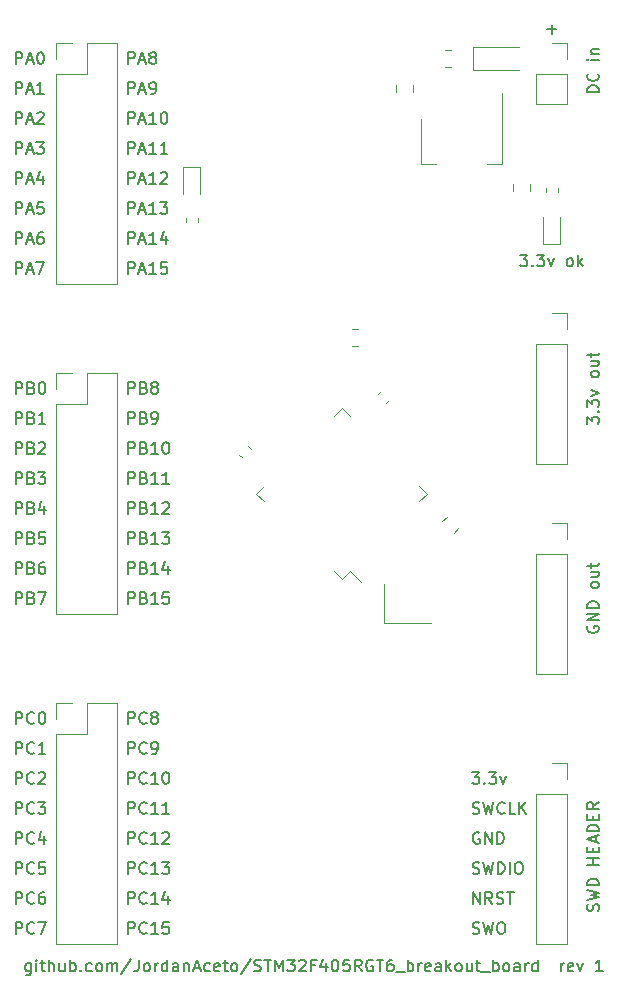
<source format=gbr>
G04 #@! TF.GenerationSoftware,KiCad,Pcbnew,5.1.6-c6e7f7d~86~ubuntu18.04.1*
G04 #@! TF.CreationDate,2020-06-01T06:43:38-04:00*
G04 #@! TF.ProjectId,f405_breakout,66343035-5f62-4726-9561-6b6f75742e6b,rev?*
G04 #@! TF.SameCoordinates,Original*
G04 #@! TF.FileFunction,Legend,Top*
G04 #@! TF.FilePolarity,Positive*
%FSLAX46Y46*%
G04 Gerber Fmt 4.6, Leading zero omitted, Abs format (unit mm)*
G04 Created by KiCad (PCBNEW 5.1.6-c6e7f7d~86~ubuntu18.04.1) date 2020-06-01 06:43:38*
%MOMM*%
%LPD*%
G01*
G04 APERTURE LIST*
%ADD10C,0.150000*%
%ADD11C,0.120000*%
G04 APERTURE END LIST*
D10*
X148121904Y-133167380D02*
X148121904Y-132500714D01*
X148121904Y-132691190D02*
X148169523Y-132595952D01*
X148217142Y-132548333D01*
X148312380Y-132500714D01*
X148407619Y-132500714D01*
X149121904Y-133119761D02*
X149026666Y-133167380D01*
X148836190Y-133167380D01*
X148740952Y-133119761D01*
X148693333Y-133024523D01*
X148693333Y-132643571D01*
X148740952Y-132548333D01*
X148836190Y-132500714D01*
X149026666Y-132500714D01*
X149121904Y-132548333D01*
X149169523Y-132643571D01*
X149169523Y-132738809D01*
X148693333Y-132834047D01*
X149502857Y-132500714D02*
X149740952Y-133167380D01*
X149979047Y-132500714D01*
X151645714Y-133167380D02*
X151074285Y-133167380D01*
X151360000Y-133167380D02*
X151360000Y-132167380D01*
X151264761Y-132310238D01*
X151169523Y-132405476D01*
X151074285Y-132453095D01*
X103221904Y-132500714D02*
X103221904Y-133310238D01*
X103174285Y-133405476D01*
X103126666Y-133453095D01*
X103031428Y-133500714D01*
X102888571Y-133500714D01*
X102793333Y-133453095D01*
X103221904Y-133119761D02*
X103126666Y-133167380D01*
X102936190Y-133167380D01*
X102840952Y-133119761D01*
X102793333Y-133072142D01*
X102745714Y-132976904D01*
X102745714Y-132691190D01*
X102793333Y-132595952D01*
X102840952Y-132548333D01*
X102936190Y-132500714D01*
X103126666Y-132500714D01*
X103221904Y-132548333D01*
X103698095Y-133167380D02*
X103698095Y-132500714D01*
X103698095Y-132167380D02*
X103650476Y-132215000D01*
X103698095Y-132262619D01*
X103745714Y-132215000D01*
X103698095Y-132167380D01*
X103698095Y-132262619D01*
X104031428Y-132500714D02*
X104412380Y-132500714D01*
X104174285Y-132167380D02*
X104174285Y-133024523D01*
X104221904Y-133119761D01*
X104317142Y-133167380D01*
X104412380Y-133167380D01*
X104745714Y-133167380D02*
X104745714Y-132167380D01*
X105174285Y-133167380D02*
X105174285Y-132643571D01*
X105126666Y-132548333D01*
X105031428Y-132500714D01*
X104888571Y-132500714D01*
X104793333Y-132548333D01*
X104745714Y-132595952D01*
X106079047Y-132500714D02*
X106079047Y-133167380D01*
X105650476Y-132500714D02*
X105650476Y-133024523D01*
X105698095Y-133119761D01*
X105793333Y-133167380D01*
X105936190Y-133167380D01*
X106031428Y-133119761D01*
X106079047Y-133072142D01*
X106555238Y-133167380D02*
X106555238Y-132167380D01*
X106555238Y-132548333D02*
X106650476Y-132500714D01*
X106840952Y-132500714D01*
X106936190Y-132548333D01*
X106983809Y-132595952D01*
X107031428Y-132691190D01*
X107031428Y-132976904D01*
X106983809Y-133072142D01*
X106936190Y-133119761D01*
X106840952Y-133167380D01*
X106650476Y-133167380D01*
X106555238Y-133119761D01*
X107460000Y-133072142D02*
X107507619Y-133119761D01*
X107460000Y-133167380D01*
X107412380Y-133119761D01*
X107460000Y-133072142D01*
X107460000Y-133167380D01*
X108364761Y-133119761D02*
X108269523Y-133167380D01*
X108079047Y-133167380D01*
X107983809Y-133119761D01*
X107936190Y-133072142D01*
X107888571Y-132976904D01*
X107888571Y-132691190D01*
X107936190Y-132595952D01*
X107983809Y-132548333D01*
X108079047Y-132500714D01*
X108269523Y-132500714D01*
X108364761Y-132548333D01*
X108936190Y-133167380D02*
X108840952Y-133119761D01*
X108793333Y-133072142D01*
X108745714Y-132976904D01*
X108745714Y-132691190D01*
X108793333Y-132595952D01*
X108840952Y-132548333D01*
X108936190Y-132500714D01*
X109079047Y-132500714D01*
X109174285Y-132548333D01*
X109221904Y-132595952D01*
X109269523Y-132691190D01*
X109269523Y-132976904D01*
X109221904Y-133072142D01*
X109174285Y-133119761D01*
X109079047Y-133167380D01*
X108936190Y-133167380D01*
X109698095Y-133167380D02*
X109698095Y-132500714D01*
X109698095Y-132595952D02*
X109745714Y-132548333D01*
X109840952Y-132500714D01*
X109983809Y-132500714D01*
X110079047Y-132548333D01*
X110126666Y-132643571D01*
X110126666Y-133167380D01*
X110126666Y-132643571D02*
X110174285Y-132548333D01*
X110269523Y-132500714D01*
X110412380Y-132500714D01*
X110507619Y-132548333D01*
X110555238Y-132643571D01*
X110555238Y-133167380D01*
X111745714Y-132119761D02*
X110888571Y-133405476D01*
X112364761Y-132167380D02*
X112364761Y-132881666D01*
X112317142Y-133024523D01*
X112221904Y-133119761D01*
X112079047Y-133167380D01*
X111983809Y-133167380D01*
X112983809Y-133167380D02*
X112888571Y-133119761D01*
X112840952Y-133072142D01*
X112793333Y-132976904D01*
X112793333Y-132691190D01*
X112840952Y-132595952D01*
X112888571Y-132548333D01*
X112983809Y-132500714D01*
X113126666Y-132500714D01*
X113221904Y-132548333D01*
X113269523Y-132595952D01*
X113317142Y-132691190D01*
X113317142Y-132976904D01*
X113269523Y-133072142D01*
X113221904Y-133119761D01*
X113126666Y-133167380D01*
X112983809Y-133167380D01*
X113745714Y-133167380D02*
X113745714Y-132500714D01*
X113745714Y-132691190D02*
X113793333Y-132595952D01*
X113840952Y-132548333D01*
X113936190Y-132500714D01*
X114031428Y-132500714D01*
X114793333Y-133167380D02*
X114793333Y-132167380D01*
X114793333Y-133119761D02*
X114698095Y-133167380D01*
X114507619Y-133167380D01*
X114412380Y-133119761D01*
X114364761Y-133072142D01*
X114317142Y-132976904D01*
X114317142Y-132691190D01*
X114364761Y-132595952D01*
X114412380Y-132548333D01*
X114507619Y-132500714D01*
X114698095Y-132500714D01*
X114793333Y-132548333D01*
X115698095Y-133167380D02*
X115698095Y-132643571D01*
X115650476Y-132548333D01*
X115555238Y-132500714D01*
X115364761Y-132500714D01*
X115269523Y-132548333D01*
X115698095Y-133119761D02*
X115602857Y-133167380D01*
X115364761Y-133167380D01*
X115269523Y-133119761D01*
X115221904Y-133024523D01*
X115221904Y-132929285D01*
X115269523Y-132834047D01*
X115364761Y-132786428D01*
X115602857Y-132786428D01*
X115698095Y-132738809D01*
X116174285Y-132500714D02*
X116174285Y-133167380D01*
X116174285Y-132595952D02*
X116221904Y-132548333D01*
X116317142Y-132500714D01*
X116460000Y-132500714D01*
X116555238Y-132548333D01*
X116602857Y-132643571D01*
X116602857Y-133167380D01*
X117031428Y-132881666D02*
X117507619Y-132881666D01*
X116936190Y-133167380D02*
X117269523Y-132167380D01*
X117602857Y-133167380D01*
X118364761Y-133119761D02*
X118269523Y-133167380D01*
X118079047Y-133167380D01*
X117983809Y-133119761D01*
X117936190Y-133072142D01*
X117888571Y-132976904D01*
X117888571Y-132691190D01*
X117936190Y-132595952D01*
X117983809Y-132548333D01*
X118079047Y-132500714D01*
X118269523Y-132500714D01*
X118364761Y-132548333D01*
X119174285Y-133119761D02*
X119079047Y-133167380D01*
X118888571Y-133167380D01*
X118793333Y-133119761D01*
X118745714Y-133024523D01*
X118745714Y-132643571D01*
X118793333Y-132548333D01*
X118888571Y-132500714D01*
X119079047Y-132500714D01*
X119174285Y-132548333D01*
X119221904Y-132643571D01*
X119221904Y-132738809D01*
X118745714Y-132834047D01*
X119507619Y-132500714D02*
X119888571Y-132500714D01*
X119650476Y-132167380D02*
X119650476Y-133024523D01*
X119698095Y-133119761D01*
X119793333Y-133167380D01*
X119888571Y-133167380D01*
X120364761Y-133167380D02*
X120269523Y-133119761D01*
X120221904Y-133072142D01*
X120174285Y-132976904D01*
X120174285Y-132691190D01*
X120221904Y-132595952D01*
X120269523Y-132548333D01*
X120364761Y-132500714D01*
X120507619Y-132500714D01*
X120602857Y-132548333D01*
X120650476Y-132595952D01*
X120698095Y-132691190D01*
X120698095Y-132976904D01*
X120650476Y-133072142D01*
X120602857Y-133119761D01*
X120507619Y-133167380D01*
X120364761Y-133167380D01*
X121840952Y-132119761D02*
X120983809Y-133405476D01*
X122126666Y-133119761D02*
X122269523Y-133167380D01*
X122507619Y-133167380D01*
X122602857Y-133119761D01*
X122650476Y-133072142D01*
X122698095Y-132976904D01*
X122698095Y-132881666D01*
X122650476Y-132786428D01*
X122602857Y-132738809D01*
X122507619Y-132691190D01*
X122317142Y-132643571D01*
X122221904Y-132595952D01*
X122174285Y-132548333D01*
X122126666Y-132453095D01*
X122126666Y-132357857D01*
X122174285Y-132262619D01*
X122221904Y-132215000D01*
X122317142Y-132167380D01*
X122555238Y-132167380D01*
X122698095Y-132215000D01*
X122983809Y-132167380D02*
X123555238Y-132167380D01*
X123269523Y-133167380D02*
X123269523Y-132167380D01*
X123888571Y-133167380D02*
X123888571Y-132167380D01*
X124221904Y-132881666D01*
X124555238Y-132167380D01*
X124555238Y-133167380D01*
X124936190Y-132167380D02*
X125555238Y-132167380D01*
X125221904Y-132548333D01*
X125364761Y-132548333D01*
X125459999Y-132595952D01*
X125507619Y-132643571D01*
X125555238Y-132738809D01*
X125555238Y-132976904D01*
X125507619Y-133072142D01*
X125459999Y-133119761D01*
X125364761Y-133167380D01*
X125079047Y-133167380D01*
X124983809Y-133119761D01*
X124936190Y-133072142D01*
X125936190Y-132262619D02*
X125983809Y-132215000D01*
X126079047Y-132167380D01*
X126317142Y-132167380D01*
X126412380Y-132215000D01*
X126459999Y-132262619D01*
X126507619Y-132357857D01*
X126507619Y-132453095D01*
X126459999Y-132595952D01*
X125888571Y-133167380D01*
X126507619Y-133167380D01*
X127269523Y-132643571D02*
X126936190Y-132643571D01*
X126936190Y-133167380D02*
X126936190Y-132167380D01*
X127412380Y-132167380D01*
X128221904Y-132500714D02*
X128221904Y-133167380D01*
X127983809Y-132119761D02*
X127745714Y-132834047D01*
X128364761Y-132834047D01*
X128936190Y-132167380D02*
X129031428Y-132167380D01*
X129126666Y-132215000D01*
X129174285Y-132262619D01*
X129221904Y-132357857D01*
X129269523Y-132548333D01*
X129269523Y-132786428D01*
X129221904Y-132976904D01*
X129174285Y-133072142D01*
X129126666Y-133119761D01*
X129031428Y-133167380D01*
X128936190Y-133167380D01*
X128840952Y-133119761D01*
X128793333Y-133072142D01*
X128745714Y-132976904D01*
X128698095Y-132786428D01*
X128698095Y-132548333D01*
X128745714Y-132357857D01*
X128793333Y-132262619D01*
X128840952Y-132215000D01*
X128936190Y-132167380D01*
X130174285Y-132167380D02*
X129698095Y-132167380D01*
X129650476Y-132643571D01*
X129698095Y-132595952D01*
X129793333Y-132548333D01*
X130031428Y-132548333D01*
X130126666Y-132595952D01*
X130174285Y-132643571D01*
X130221904Y-132738809D01*
X130221904Y-132976904D01*
X130174285Y-133072142D01*
X130126666Y-133119761D01*
X130031428Y-133167380D01*
X129793333Y-133167380D01*
X129698095Y-133119761D01*
X129650476Y-133072142D01*
X131221904Y-133167380D02*
X130888571Y-132691190D01*
X130650476Y-133167380D02*
X130650476Y-132167380D01*
X131031428Y-132167380D01*
X131126666Y-132215000D01*
X131174285Y-132262619D01*
X131221904Y-132357857D01*
X131221904Y-132500714D01*
X131174285Y-132595952D01*
X131126666Y-132643571D01*
X131031428Y-132691190D01*
X130650476Y-132691190D01*
X132174285Y-132215000D02*
X132079047Y-132167380D01*
X131936190Y-132167380D01*
X131793333Y-132215000D01*
X131698095Y-132310238D01*
X131650476Y-132405476D01*
X131602857Y-132595952D01*
X131602857Y-132738809D01*
X131650476Y-132929285D01*
X131698095Y-133024523D01*
X131793333Y-133119761D01*
X131936190Y-133167380D01*
X132031428Y-133167380D01*
X132174285Y-133119761D01*
X132221904Y-133072142D01*
X132221904Y-132738809D01*
X132031428Y-132738809D01*
X132507619Y-132167380D02*
X133079047Y-132167380D01*
X132793333Y-133167380D02*
X132793333Y-132167380D01*
X133840952Y-132167380D02*
X133650476Y-132167380D01*
X133555238Y-132215000D01*
X133507619Y-132262619D01*
X133412380Y-132405476D01*
X133364761Y-132595952D01*
X133364761Y-132976904D01*
X133412380Y-133072142D01*
X133459999Y-133119761D01*
X133555238Y-133167380D01*
X133745714Y-133167380D01*
X133840952Y-133119761D01*
X133888571Y-133072142D01*
X133936190Y-132976904D01*
X133936190Y-132738809D01*
X133888571Y-132643571D01*
X133840952Y-132595952D01*
X133745714Y-132548333D01*
X133555238Y-132548333D01*
X133459999Y-132595952D01*
X133412380Y-132643571D01*
X133364761Y-132738809D01*
X134126666Y-133262619D02*
X134888571Y-133262619D01*
X135126666Y-133167380D02*
X135126666Y-132167380D01*
X135126666Y-132548333D02*
X135221904Y-132500714D01*
X135412380Y-132500714D01*
X135507619Y-132548333D01*
X135555238Y-132595952D01*
X135602857Y-132691190D01*
X135602857Y-132976904D01*
X135555238Y-133072142D01*
X135507619Y-133119761D01*
X135412380Y-133167380D01*
X135221904Y-133167380D01*
X135126666Y-133119761D01*
X136031428Y-133167380D02*
X136031428Y-132500714D01*
X136031428Y-132691190D02*
X136079047Y-132595952D01*
X136126666Y-132548333D01*
X136221904Y-132500714D01*
X136317142Y-132500714D01*
X137031428Y-133119761D02*
X136936190Y-133167380D01*
X136745714Y-133167380D01*
X136650476Y-133119761D01*
X136602857Y-133024523D01*
X136602857Y-132643571D01*
X136650476Y-132548333D01*
X136745714Y-132500714D01*
X136936190Y-132500714D01*
X137031428Y-132548333D01*
X137079047Y-132643571D01*
X137079047Y-132738809D01*
X136602857Y-132834047D01*
X137936190Y-133167380D02*
X137936190Y-132643571D01*
X137888571Y-132548333D01*
X137793333Y-132500714D01*
X137602857Y-132500714D01*
X137507619Y-132548333D01*
X137936190Y-133119761D02*
X137840952Y-133167380D01*
X137602857Y-133167380D01*
X137507619Y-133119761D01*
X137460000Y-133024523D01*
X137460000Y-132929285D01*
X137507619Y-132834047D01*
X137602857Y-132786428D01*
X137840952Y-132786428D01*
X137936190Y-132738809D01*
X138412380Y-133167380D02*
X138412380Y-132167380D01*
X138507619Y-132786428D02*
X138793333Y-133167380D01*
X138793333Y-132500714D02*
X138412380Y-132881666D01*
X139364761Y-133167380D02*
X139269523Y-133119761D01*
X139221904Y-133072142D01*
X139174285Y-132976904D01*
X139174285Y-132691190D01*
X139221904Y-132595952D01*
X139269523Y-132548333D01*
X139364761Y-132500714D01*
X139507619Y-132500714D01*
X139602857Y-132548333D01*
X139650476Y-132595952D01*
X139698095Y-132691190D01*
X139698095Y-132976904D01*
X139650476Y-133072142D01*
X139602857Y-133119761D01*
X139507619Y-133167380D01*
X139364761Y-133167380D01*
X140555238Y-132500714D02*
X140555238Y-133167380D01*
X140126666Y-132500714D02*
X140126666Y-133024523D01*
X140174285Y-133119761D01*
X140269523Y-133167380D01*
X140412380Y-133167380D01*
X140507619Y-133119761D01*
X140555238Y-133072142D01*
X140888571Y-132500714D02*
X141269523Y-132500714D01*
X141031428Y-132167380D02*
X141031428Y-133024523D01*
X141079047Y-133119761D01*
X141174285Y-133167380D01*
X141269523Y-133167380D01*
X141364761Y-133262619D02*
X142126666Y-133262619D01*
X142364761Y-133167380D02*
X142364761Y-132167380D01*
X142364761Y-132548333D02*
X142459999Y-132500714D01*
X142650476Y-132500714D01*
X142745714Y-132548333D01*
X142793333Y-132595952D01*
X142840952Y-132691190D01*
X142840952Y-132976904D01*
X142793333Y-133072142D01*
X142745714Y-133119761D01*
X142650476Y-133167380D01*
X142459999Y-133167380D01*
X142364761Y-133119761D01*
X143412380Y-133167380D02*
X143317142Y-133119761D01*
X143269523Y-133072142D01*
X143221904Y-132976904D01*
X143221904Y-132691190D01*
X143269523Y-132595952D01*
X143317142Y-132548333D01*
X143412380Y-132500714D01*
X143555238Y-132500714D01*
X143650476Y-132548333D01*
X143698095Y-132595952D01*
X143745714Y-132691190D01*
X143745714Y-132976904D01*
X143698095Y-133072142D01*
X143650476Y-133119761D01*
X143555238Y-133167380D01*
X143412380Y-133167380D01*
X144602857Y-133167380D02*
X144602857Y-132643571D01*
X144555238Y-132548333D01*
X144459999Y-132500714D01*
X144269523Y-132500714D01*
X144174285Y-132548333D01*
X144602857Y-133119761D02*
X144507619Y-133167380D01*
X144269523Y-133167380D01*
X144174285Y-133119761D01*
X144126666Y-133024523D01*
X144126666Y-132929285D01*
X144174285Y-132834047D01*
X144269523Y-132786428D01*
X144507619Y-132786428D01*
X144602857Y-132738809D01*
X145079047Y-133167380D02*
X145079047Y-132500714D01*
X145079047Y-132691190D02*
X145126666Y-132595952D01*
X145174285Y-132548333D01*
X145269523Y-132500714D01*
X145364761Y-132500714D01*
X146126666Y-133167380D02*
X146126666Y-132167380D01*
X146126666Y-133119761D02*
X146031428Y-133167380D01*
X145840952Y-133167380D01*
X145745714Y-133119761D01*
X145698095Y-133072142D01*
X145650476Y-132976904D01*
X145650476Y-132691190D01*
X145698095Y-132595952D01*
X145745714Y-132548333D01*
X145840952Y-132500714D01*
X146031428Y-132500714D01*
X146126666Y-132548333D01*
X144653333Y-72477380D02*
X145272380Y-72477380D01*
X144939047Y-72858333D01*
X145081904Y-72858333D01*
X145177142Y-72905952D01*
X145224761Y-72953571D01*
X145272380Y-73048809D01*
X145272380Y-73286904D01*
X145224761Y-73382142D01*
X145177142Y-73429761D01*
X145081904Y-73477380D01*
X144796190Y-73477380D01*
X144700952Y-73429761D01*
X144653333Y-73382142D01*
X145700952Y-73382142D02*
X145748571Y-73429761D01*
X145700952Y-73477380D01*
X145653333Y-73429761D01*
X145700952Y-73382142D01*
X145700952Y-73477380D01*
X146081904Y-72477380D02*
X146700952Y-72477380D01*
X146367619Y-72858333D01*
X146510476Y-72858333D01*
X146605714Y-72905952D01*
X146653333Y-72953571D01*
X146700952Y-73048809D01*
X146700952Y-73286904D01*
X146653333Y-73382142D01*
X146605714Y-73429761D01*
X146510476Y-73477380D01*
X146224761Y-73477380D01*
X146129523Y-73429761D01*
X146081904Y-73382142D01*
X147034285Y-72810714D02*
X147272380Y-73477380D01*
X147510476Y-72810714D01*
X148796190Y-73477380D02*
X148700952Y-73429761D01*
X148653333Y-73382142D01*
X148605714Y-73286904D01*
X148605714Y-73001190D01*
X148653333Y-72905952D01*
X148700952Y-72858333D01*
X148796190Y-72810714D01*
X148939047Y-72810714D01*
X149034285Y-72858333D01*
X149081904Y-72905952D01*
X149129523Y-73001190D01*
X149129523Y-73286904D01*
X149081904Y-73382142D01*
X149034285Y-73429761D01*
X148939047Y-73477380D01*
X148796190Y-73477380D01*
X149558095Y-73477380D02*
X149558095Y-72477380D01*
X149653333Y-73096428D02*
X149939047Y-73477380D01*
X149939047Y-72810714D02*
X149558095Y-73191666D01*
X146939047Y-53411428D02*
X147700952Y-53411428D01*
X147320000Y-53792380D02*
X147320000Y-53030476D01*
X151328380Y-58729333D02*
X150328380Y-58729333D01*
X150328380Y-58491238D01*
X150376000Y-58348380D01*
X150471238Y-58253142D01*
X150566476Y-58205523D01*
X150756952Y-58157904D01*
X150899809Y-58157904D01*
X151090285Y-58205523D01*
X151185523Y-58253142D01*
X151280761Y-58348380D01*
X151328380Y-58491238D01*
X151328380Y-58729333D01*
X151233142Y-57157904D02*
X151280761Y-57205523D01*
X151328380Y-57348380D01*
X151328380Y-57443619D01*
X151280761Y-57586476D01*
X151185523Y-57681714D01*
X151090285Y-57729333D01*
X150899809Y-57776952D01*
X150756952Y-57776952D01*
X150566476Y-57729333D01*
X150471238Y-57681714D01*
X150376000Y-57586476D01*
X150328380Y-57443619D01*
X150328380Y-57348380D01*
X150376000Y-57205523D01*
X150423619Y-57157904D01*
X151328380Y-55967428D02*
X150661714Y-55967428D01*
X150328380Y-55967428D02*
X150376000Y-56015047D01*
X150423619Y-55967428D01*
X150376000Y-55919809D01*
X150328380Y-55967428D01*
X150423619Y-55967428D01*
X150661714Y-55491238D02*
X151328380Y-55491238D01*
X150756952Y-55491238D02*
X150709333Y-55443619D01*
X150661714Y-55348380D01*
X150661714Y-55205523D01*
X150709333Y-55110285D01*
X150804571Y-55062666D01*
X151328380Y-55062666D01*
X150328380Y-86820000D02*
X150328380Y-86200952D01*
X150709333Y-86534285D01*
X150709333Y-86391428D01*
X150756952Y-86296190D01*
X150804571Y-86248571D01*
X150899809Y-86200952D01*
X151137904Y-86200952D01*
X151233142Y-86248571D01*
X151280761Y-86296190D01*
X151328380Y-86391428D01*
X151328380Y-86677142D01*
X151280761Y-86772380D01*
X151233142Y-86820000D01*
X151233142Y-85772380D02*
X151280761Y-85724761D01*
X151328380Y-85772380D01*
X151280761Y-85820000D01*
X151233142Y-85772380D01*
X151328380Y-85772380D01*
X150328380Y-85391428D02*
X150328380Y-84772380D01*
X150709333Y-85105714D01*
X150709333Y-84962857D01*
X150756952Y-84867619D01*
X150804571Y-84820000D01*
X150899809Y-84772380D01*
X151137904Y-84772380D01*
X151233142Y-84820000D01*
X151280761Y-84867619D01*
X151328380Y-84962857D01*
X151328380Y-85248571D01*
X151280761Y-85343809D01*
X151233142Y-85391428D01*
X150661714Y-84439047D02*
X151328380Y-84200952D01*
X150661714Y-83962857D01*
X151328380Y-82677142D02*
X151280761Y-82772380D01*
X151233142Y-82820000D01*
X151137904Y-82867619D01*
X150852190Y-82867619D01*
X150756952Y-82820000D01*
X150709333Y-82772380D01*
X150661714Y-82677142D01*
X150661714Y-82534285D01*
X150709333Y-82439047D01*
X150756952Y-82391428D01*
X150852190Y-82343809D01*
X151137904Y-82343809D01*
X151233142Y-82391428D01*
X151280761Y-82439047D01*
X151328380Y-82534285D01*
X151328380Y-82677142D01*
X150661714Y-81486666D02*
X151328380Y-81486666D01*
X150661714Y-81915238D02*
X151185523Y-81915238D01*
X151280761Y-81867619D01*
X151328380Y-81772380D01*
X151328380Y-81629523D01*
X151280761Y-81534285D01*
X151233142Y-81486666D01*
X150661714Y-81153333D02*
X150661714Y-80772380D01*
X150328380Y-81010476D02*
X151185523Y-81010476D01*
X151280761Y-80962857D01*
X151328380Y-80867619D01*
X151328380Y-80772380D01*
X150376000Y-103933333D02*
X150328380Y-104028571D01*
X150328380Y-104171428D01*
X150376000Y-104314285D01*
X150471238Y-104409523D01*
X150566476Y-104457142D01*
X150756952Y-104504761D01*
X150899809Y-104504761D01*
X151090285Y-104457142D01*
X151185523Y-104409523D01*
X151280761Y-104314285D01*
X151328380Y-104171428D01*
X151328380Y-104076190D01*
X151280761Y-103933333D01*
X151233142Y-103885714D01*
X150899809Y-103885714D01*
X150899809Y-104076190D01*
X151328380Y-103457142D02*
X150328380Y-103457142D01*
X151328380Y-102885714D01*
X150328380Y-102885714D01*
X151328380Y-102409523D02*
X150328380Y-102409523D01*
X150328380Y-102171428D01*
X150376000Y-102028571D01*
X150471238Y-101933333D01*
X150566476Y-101885714D01*
X150756952Y-101838095D01*
X150899809Y-101838095D01*
X151090285Y-101885714D01*
X151185523Y-101933333D01*
X151280761Y-102028571D01*
X151328380Y-102171428D01*
X151328380Y-102409523D01*
X151328380Y-100504761D02*
X151280761Y-100600000D01*
X151233142Y-100647619D01*
X151137904Y-100695238D01*
X150852190Y-100695238D01*
X150756952Y-100647619D01*
X150709333Y-100600000D01*
X150661714Y-100504761D01*
X150661714Y-100361904D01*
X150709333Y-100266666D01*
X150756952Y-100219047D01*
X150852190Y-100171428D01*
X151137904Y-100171428D01*
X151233142Y-100219047D01*
X151280761Y-100266666D01*
X151328380Y-100361904D01*
X151328380Y-100504761D01*
X150661714Y-99314285D02*
X151328380Y-99314285D01*
X150661714Y-99742857D02*
X151185523Y-99742857D01*
X151280761Y-99695238D01*
X151328380Y-99600000D01*
X151328380Y-99457142D01*
X151280761Y-99361904D01*
X151233142Y-99314285D01*
X150661714Y-98980952D02*
X150661714Y-98600000D01*
X150328380Y-98838095D02*
X151185523Y-98838095D01*
X151280761Y-98790476D01*
X151328380Y-98695238D01*
X151328380Y-98600000D01*
X151280761Y-128039238D02*
X151328380Y-127896380D01*
X151328380Y-127658285D01*
X151280761Y-127563047D01*
X151233142Y-127515428D01*
X151137904Y-127467809D01*
X151042666Y-127467809D01*
X150947428Y-127515428D01*
X150899809Y-127563047D01*
X150852190Y-127658285D01*
X150804571Y-127848761D01*
X150756952Y-127944000D01*
X150709333Y-127991619D01*
X150614095Y-128039238D01*
X150518857Y-128039238D01*
X150423619Y-127991619D01*
X150376000Y-127944000D01*
X150328380Y-127848761D01*
X150328380Y-127610666D01*
X150376000Y-127467809D01*
X150328380Y-127134476D02*
X151328380Y-126896380D01*
X150614095Y-126705904D01*
X151328380Y-126515428D01*
X150328380Y-126277333D01*
X151328380Y-125896380D02*
X150328380Y-125896380D01*
X150328380Y-125658285D01*
X150376000Y-125515428D01*
X150471238Y-125420190D01*
X150566476Y-125372571D01*
X150756952Y-125324952D01*
X150899809Y-125324952D01*
X151090285Y-125372571D01*
X151185523Y-125420190D01*
X151280761Y-125515428D01*
X151328380Y-125658285D01*
X151328380Y-125896380D01*
X151328380Y-124134476D02*
X150328380Y-124134476D01*
X150804571Y-124134476D02*
X150804571Y-123563047D01*
X151328380Y-123563047D02*
X150328380Y-123563047D01*
X150804571Y-123086857D02*
X150804571Y-122753523D01*
X151328380Y-122610666D02*
X151328380Y-123086857D01*
X150328380Y-123086857D01*
X150328380Y-122610666D01*
X151042666Y-122229714D02*
X151042666Y-121753523D01*
X151328380Y-122324952D02*
X150328380Y-121991619D01*
X151328380Y-121658285D01*
X151328380Y-121324952D02*
X150328380Y-121324952D01*
X150328380Y-121086857D01*
X150376000Y-120944000D01*
X150471238Y-120848761D01*
X150566476Y-120801142D01*
X150756952Y-120753523D01*
X150899809Y-120753523D01*
X151090285Y-120801142D01*
X151185523Y-120848761D01*
X151280761Y-120944000D01*
X151328380Y-121086857D01*
X151328380Y-121324952D01*
X150804571Y-120324952D02*
X150804571Y-119991619D01*
X151328380Y-119848761D02*
X151328380Y-120324952D01*
X150328380Y-120324952D01*
X150328380Y-119848761D01*
X151328380Y-118848761D02*
X150852190Y-119182095D01*
X151328380Y-119420190D02*
X150328380Y-119420190D01*
X150328380Y-119039238D01*
X150376000Y-118944000D01*
X150423619Y-118896380D01*
X150518857Y-118848761D01*
X150661714Y-118848761D01*
X150756952Y-118896380D01*
X150804571Y-118944000D01*
X150852190Y-119039238D01*
X150852190Y-119420190D01*
X140622976Y-129944761D02*
X140765833Y-129992380D01*
X141003928Y-129992380D01*
X141099166Y-129944761D01*
X141146785Y-129897142D01*
X141194404Y-129801904D01*
X141194404Y-129706666D01*
X141146785Y-129611428D01*
X141099166Y-129563809D01*
X141003928Y-129516190D01*
X140813452Y-129468571D01*
X140718214Y-129420952D01*
X140670595Y-129373333D01*
X140622976Y-129278095D01*
X140622976Y-129182857D01*
X140670595Y-129087619D01*
X140718214Y-129040000D01*
X140813452Y-128992380D01*
X141051547Y-128992380D01*
X141194404Y-129040000D01*
X141527738Y-128992380D02*
X141765833Y-129992380D01*
X141956309Y-129278095D01*
X142146785Y-129992380D01*
X142384880Y-128992380D01*
X142956309Y-128992380D02*
X143146785Y-128992380D01*
X143242023Y-129040000D01*
X143337261Y-129135238D01*
X143384880Y-129325714D01*
X143384880Y-129659047D01*
X143337261Y-129849523D01*
X143242023Y-129944761D01*
X143146785Y-129992380D01*
X142956309Y-129992380D01*
X142861071Y-129944761D01*
X142765833Y-129849523D01*
X142718214Y-129659047D01*
X142718214Y-129325714D01*
X142765833Y-129135238D01*
X142861071Y-129040000D01*
X142956309Y-128992380D01*
X140670595Y-127452380D02*
X140670595Y-126452380D01*
X141242023Y-127452380D01*
X141242023Y-126452380D01*
X142289642Y-127452380D02*
X141956309Y-126976190D01*
X141718214Y-127452380D02*
X141718214Y-126452380D01*
X142099166Y-126452380D01*
X142194404Y-126500000D01*
X142242023Y-126547619D01*
X142289642Y-126642857D01*
X142289642Y-126785714D01*
X142242023Y-126880952D01*
X142194404Y-126928571D01*
X142099166Y-126976190D01*
X141718214Y-126976190D01*
X142670595Y-127404761D02*
X142813452Y-127452380D01*
X143051547Y-127452380D01*
X143146785Y-127404761D01*
X143194404Y-127357142D01*
X143242023Y-127261904D01*
X143242023Y-127166666D01*
X143194404Y-127071428D01*
X143146785Y-127023809D01*
X143051547Y-126976190D01*
X142861071Y-126928571D01*
X142765833Y-126880952D01*
X142718214Y-126833333D01*
X142670595Y-126738095D01*
X142670595Y-126642857D01*
X142718214Y-126547619D01*
X142765833Y-126500000D01*
X142861071Y-126452380D01*
X143099166Y-126452380D01*
X143242023Y-126500000D01*
X143527738Y-126452380D02*
X144099166Y-126452380D01*
X143813452Y-127452380D02*
X143813452Y-126452380D01*
X140622976Y-124864761D02*
X140765833Y-124912380D01*
X141003928Y-124912380D01*
X141099166Y-124864761D01*
X141146785Y-124817142D01*
X141194404Y-124721904D01*
X141194404Y-124626666D01*
X141146785Y-124531428D01*
X141099166Y-124483809D01*
X141003928Y-124436190D01*
X140813452Y-124388571D01*
X140718214Y-124340952D01*
X140670595Y-124293333D01*
X140622976Y-124198095D01*
X140622976Y-124102857D01*
X140670595Y-124007619D01*
X140718214Y-123960000D01*
X140813452Y-123912380D01*
X141051547Y-123912380D01*
X141194404Y-123960000D01*
X141527738Y-123912380D02*
X141765833Y-124912380D01*
X141956309Y-124198095D01*
X142146785Y-124912380D01*
X142384880Y-123912380D01*
X142765833Y-124912380D02*
X142765833Y-123912380D01*
X143003928Y-123912380D01*
X143146785Y-123960000D01*
X143242023Y-124055238D01*
X143289642Y-124150476D01*
X143337261Y-124340952D01*
X143337261Y-124483809D01*
X143289642Y-124674285D01*
X143242023Y-124769523D01*
X143146785Y-124864761D01*
X143003928Y-124912380D01*
X142765833Y-124912380D01*
X143765833Y-124912380D02*
X143765833Y-123912380D01*
X144432500Y-123912380D02*
X144622976Y-123912380D01*
X144718214Y-123960000D01*
X144813452Y-124055238D01*
X144861071Y-124245714D01*
X144861071Y-124579047D01*
X144813452Y-124769523D01*
X144718214Y-124864761D01*
X144622976Y-124912380D01*
X144432500Y-124912380D01*
X144337261Y-124864761D01*
X144242023Y-124769523D01*
X144194404Y-124579047D01*
X144194404Y-124245714D01*
X144242023Y-124055238D01*
X144337261Y-123960000D01*
X144432500Y-123912380D01*
X141194404Y-121420000D02*
X141099166Y-121372380D01*
X140956309Y-121372380D01*
X140813452Y-121420000D01*
X140718214Y-121515238D01*
X140670595Y-121610476D01*
X140622976Y-121800952D01*
X140622976Y-121943809D01*
X140670595Y-122134285D01*
X140718214Y-122229523D01*
X140813452Y-122324761D01*
X140956309Y-122372380D01*
X141051547Y-122372380D01*
X141194404Y-122324761D01*
X141242023Y-122277142D01*
X141242023Y-121943809D01*
X141051547Y-121943809D01*
X141670595Y-122372380D02*
X141670595Y-121372380D01*
X142242023Y-122372380D01*
X142242023Y-121372380D01*
X142718214Y-122372380D02*
X142718214Y-121372380D01*
X142956309Y-121372380D01*
X143099166Y-121420000D01*
X143194404Y-121515238D01*
X143242023Y-121610476D01*
X143289642Y-121800952D01*
X143289642Y-121943809D01*
X143242023Y-122134285D01*
X143194404Y-122229523D01*
X143099166Y-122324761D01*
X142956309Y-122372380D01*
X142718214Y-122372380D01*
X140622976Y-119784761D02*
X140765833Y-119832380D01*
X141003928Y-119832380D01*
X141099166Y-119784761D01*
X141146785Y-119737142D01*
X141194404Y-119641904D01*
X141194404Y-119546666D01*
X141146785Y-119451428D01*
X141099166Y-119403809D01*
X141003928Y-119356190D01*
X140813452Y-119308571D01*
X140718214Y-119260952D01*
X140670595Y-119213333D01*
X140622976Y-119118095D01*
X140622976Y-119022857D01*
X140670595Y-118927619D01*
X140718214Y-118880000D01*
X140813452Y-118832380D01*
X141051547Y-118832380D01*
X141194404Y-118880000D01*
X141527738Y-118832380D02*
X141765833Y-119832380D01*
X141956309Y-119118095D01*
X142146785Y-119832380D01*
X142384880Y-118832380D01*
X143337261Y-119737142D02*
X143289642Y-119784761D01*
X143146785Y-119832380D01*
X143051547Y-119832380D01*
X142908690Y-119784761D01*
X142813452Y-119689523D01*
X142765833Y-119594285D01*
X142718214Y-119403809D01*
X142718214Y-119260952D01*
X142765833Y-119070476D01*
X142813452Y-118975238D01*
X142908690Y-118880000D01*
X143051547Y-118832380D01*
X143146785Y-118832380D01*
X143289642Y-118880000D01*
X143337261Y-118927619D01*
X144242023Y-119832380D02*
X143765833Y-119832380D01*
X143765833Y-118832380D01*
X144575357Y-119832380D02*
X144575357Y-118832380D01*
X145146785Y-119832380D02*
X144718214Y-119260952D01*
X145146785Y-118832380D02*
X144575357Y-119403809D01*
X140575357Y-116292380D02*
X141194404Y-116292380D01*
X140861071Y-116673333D01*
X141003928Y-116673333D01*
X141099166Y-116720952D01*
X141146785Y-116768571D01*
X141194404Y-116863809D01*
X141194404Y-117101904D01*
X141146785Y-117197142D01*
X141099166Y-117244761D01*
X141003928Y-117292380D01*
X140718214Y-117292380D01*
X140622976Y-117244761D01*
X140575357Y-117197142D01*
X141622976Y-117197142D02*
X141670595Y-117244761D01*
X141622976Y-117292380D01*
X141575357Y-117244761D01*
X141622976Y-117197142D01*
X141622976Y-117292380D01*
X142003928Y-116292380D02*
X142622976Y-116292380D01*
X142289642Y-116673333D01*
X142432500Y-116673333D01*
X142527738Y-116720952D01*
X142575357Y-116768571D01*
X142622976Y-116863809D01*
X142622976Y-117101904D01*
X142575357Y-117197142D01*
X142527738Y-117244761D01*
X142432500Y-117292380D01*
X142146785Y-117292380D01*
X142051547Y-117244761D01*
X142003928Y-117197142D01*
X142956309Y-116625714D02*
X143194404Y-117292380D01*
X143432500Y-116625714D01*
X111460595Y-129992380D02*
X111460595Y-128992380D01*
X111841547Y-128992380D01*
X111936785Y-129040000D01*
X111984404Y-129087619D01*
X112032023Y-129182857D01*
X112032023Y-129325714D01*
X111984404Y-129420952D01*
X111936785Y-129468571D01*
X111841547Y-129516190D01*
X111460595Y-129516190D01*
X113032023Y-129897142D02*
X112984404Y-129944761D01*
X112841547Y-129992380D01*
X112746309Y-129992380D01*
X112603452Y-129944761D01*
X112508214Y-129849523D01*
X112460595Y-129754285D01*
X112412976Y-129563809D01*
X112412976Y-129420952D01*
X112460595Y-129230476D01*
X112508214Y-129135238D01*
X112603452Y-129040000D01*
X112746309Y-128992380D01*
X112841547Y-128992380D01*
X112984404Y-129040000D01*
X113032023Y-129087619D01*
X113984404Y-129992380D02*
X113412976Y-129992380D01*
X113698690Y-129992380D02*
X113698690Y-128992380D01*
X113603452Y-129135238D01*
X113508214Y-129230476D01*
X113412976Y-129278095D01*
X114889166Y-128992380D02*
X114412976Y-128992380D01*
X114365357Y-129468571D01*
X114412976Y-129420952D01*
X114508214Y-129373333D01*
X114746309Y-129373333D01*
X114841547Y-129420952D01*
X114889166Y-129468571D01*
X114936785Y-129563809D01*
X114936785Y-129801904D01*
X114889166Y-129897142D01*
X114841547Y-129944761D01*
X114746309Y-129992380D01*
X114508214Y-129992380D01*
X114412976Y-129944761D01*
X114365357Y-129897142D01*
X111460595Y-124912380D02*
X111460595Y-123912380D01*
X111841547Y-123912380D01*
X111936785Y-123960000D01*
X111984404Y-124007619D01*
X112032023Y-124102857D01*
X112032023Y-124245714D01*
X111984404Y-124340952D01*
X111936785Y-124388571D01*
X111841547Y-124436190D01*
X111460595Y-124436190D01*
X113032023Y-124817142D02*
X112984404Y-124864761D01*
X112841547Y-124912380D01*
X112746309Y-124912380D01*
X112603452Y-124864761D01*
X112508214Y-124769523D01*
X112460595Y-124674285D01*
X112412976Y-124483809D01*
X112412976Y-124340952D01*
X112460595Y-124150476D01*
X112508214Y-124055238D01*
X112603452Y-123960000D01*
X112746309Y-123912380D01*
X112841547Y-123912380D01*
X112984404Y-123960000D01*
X113032023Y-124007619D01*
X113984404Y-124912380D02*
X113412976Y-124912380D01*
X113698690Y-124912380D02*
X113698690Y-123912380D01*
X113603452Y-124055238D01*
X113508214Y-124150476D01*
X113412976Y-124198095D01*
X114317738Y-123912380D02*
X114936785Y-123912380D01*
X114603452Y-124293333D01*
X114746309Y-124293333D01*
X114841547Y-124340952D01*
X114889166Y-124388571D01*
X114936785Y-124483809D01*
X114936785Y-124721904D01*
X114889166Y-124817142D01*
X114841547Y-124864761D01*
X114746309Y-124912380D01*
X114460595Y-124912380D01*
X114365357Y-124864761D01*
X114317738Y-124817142D01*
X111460595Y-119832380D02*
X111460595Y-118832380D01*
X111841547Y-118832380D01*
X111936785Y-118880000D01*
X111984404Y-118927619D01*
X112032023Y-119022857D01*
X112032023Y-119165714D01*
X111984404Y-119260952D01*
X111936785Y-119308571D01*
X111841547Y-119356190D01*
X111460595Y-119356190D01*
X113032023Y-119737142D02*
X112984404Y-119784761D01*
X112841547Y-119832380D01*
X112746309Y-119832380D01*
X112603452Y-119784761D01*
X112508214Y-119689523D01*
X112460595Y-119594285D01*
X112412976Y-119403809D01*
X112412976Y-119260952D01*
X112460595Y-119070476D01*
X112508214Y-118975238D01*
X112603452Y-118880000D01*
X112746309Y-118832380D01*
X112841547Y-118832380D01*
X112984404Y-118880000D01*
X113032023Y-118927619D01*
X113984404Y-119832380D02*
X113412976Y-119832380D01*
X113698690Y-119832380D02*
X113698690Y-118832380D01*
X113603452Y-118975238D01*
X113508214Y-119070476D01*
X113412976Y-119118095D01*
X114936785Y-119832380D02*
X114365357Y-119832380D01*
X114651071Y-119832380D02*
X114651071Y-118832380D01*
X114555833Y-118975238D01*
X114460595Y-119070476D01*
X114365357Y-119118095D01*
X111460595Y-114752380D02*
X111460595Y-113752380D01*
X111841547Y-113752380D01*
X111936785Y-113800000D01*
X111984404Y-113847619D01*
X112032023Y-113942857D01*
X112032023Y-114085714D01*
X111984404Y-114180952D01*
X111936785Y-114228571D01*
X111841547Y-114276190D01*
X111460595Y-114276190D01*
X113032023Y-114657142D02*
X112984404Y-114704761D01*
X112841547Y-114752380D01*
X112746309Y-114752380D01*
X112603452Y-114704761D01*
X112508214Y-114609523D01*
X112460595Y-114514285D01*
X112412976Y-114323809D01*
X112412976Y-114180952D01*
X112460595Y-113990476D01*
X112508214Y-113895238D01*
X112603452Y-113800000D01*
X112746309Y-113752380D01*
X112841547Y-113752380D01*
X112984404Y-113800000D01*
X113032023Y-113847619D01*
X113508214Y-114752380D02*
X113698690Y-114752380D01*
X113793928Y-114704761D01*
X113841547Y-114657142D01*
X113936785Y-114514285D01*
X113984404Y-114323809D01*
X113984404Y-113942857D01*
X113936785Y-113847619D01*
X113889166Y-113800000D01*
X113793928Y-113752380D01*
X113603452Y-113752380D01*
X113508214Y-113800000D01*
X113460595Y-113847619D01*
X113412976Y-113942857D01*
X113412976Y-114180952D01*
X113460595Y-114276190D01*
X113508214Y-114323809D01*
X113603452Y-114371428D01*
X113793928Y-114371428D01*
X113889166Y-114323809D01*
X113936785Y-114276190D01*
X113984404Y-114180952D01*
X101935595Y-129992380D02*
X101935595Y-128992380D01*
X102316547Y-128992380D01*
X102411785Y-129040000D01*
X102459404Y-129087619D01*
X102507023Y-129182857D01*
X102507023Y-129325714D01*
X102459404Y-129420952D01*
X102411785Y-129468571D01*
X102316547Y-129516190D01*
X101935595Y-129516190D01*
X103507023Y-129897142D02*
X103459404Y-129944761D01*
X103316547Y-129992380D01*
X103221309Y-129992380D01*
X103078452Y-129944761D01*
X102983214Y-129849523D01*
X102935595Y-129754285D01*
X102887976Y-129563809D01*
X102887976Y-129420952D01*
X102935595Y-129230476D01*
X102983214Y-129135238D01*
X103078452Y-129040000D01*
X103221309Y-128992380D01*
X103316547Y-128992380D01*
X103459404Y-129040000D01*
X103507023Y-129087619D01*
X103840357Y-128992380D02*
X104507023Y-128992380D01*
X104078452Y-129992380D01*
X101935595Y-124912380D02*
X101935595Y-123912380D01*
X102316547Y-123912380D01*
X102411785Y-123960000D01*
X102459404Y-124007619D01*
X102507023Y-124102857D01*
X102507023Y-124245714D01*
X102459404Y-124340952D01*
X102411785Y-124388571D01*
X102316547Y-124436190D01*
X101935595Y-124436190D01*
X103507023Y-124817142D02*
X103459404Y-124864761D01*
X103316547Y-124912380D01*
X103221309Y-124912380D01*
X103078452Y-124864761D01*
X102983214Y-124769523D01*
X102935595Y-124674285D01*
X102887976Y-124483809D01*
X102887976Y-124340952D01*
X102935595Y-124150476D01*
X102983214Y-124055238D01*
X103078452Y-123960000D01*
X103221309Y-123912380D01*
X103316547Y-123912380D01*
X103459404Y-123960000D01*
X103507023Y-124007619D01*
X104411785Y-123912380D02*
X103935595Y-123912380D01*
X103887976Y-124388571D01*
X103935595Y-124340952D01*
X104030833Y-124293333D01*
X104268928Y-124293333D01*
X104364166Y-124340952D01*
X104411785Y-124388571D01*
X104459404Y-124483809D01*
X104459404Y-124721904D01*
X104411785Y-124817142D01*
X104364166Y-124864761D01*
X104268928Y-124912380D01*
X104030833Y-124912380D01*
X103935595Y-124864761D01*
X103887976Y-124817142D01*
X101935595Y-119832380D02*
X101935595Y-118832380D01*
X102316547Y-118832380D01*
X102411785Y-118880000D01*
X102459404Y-118927619D01*
X102507023Y-119022857D01*
X102507023Y-119165714D01*
X102459404Y-119260952D01*
X102411785Y-119308571D01*
X102316547Y-119356190D01*
X101935595Y-119356190D01*
X103507023Y-119737142D02*
X103459404Y-119784761D01*
X103316547Y-119832380D01*
X103221309Y-119832380D01*
X103078452Y-119784761D01*
X102983214Y-119689523D01*
X102935595Y-119594285D01*
X102887976Y-119403809D01*
X102887976Y-119260952D01*
X102935595Y-119070476D01*
X102983214Y-118975238D01*
X103078452Y-118880000D01*
X103221309Y-118832380D01*
X103316547Y-118832380D01*
X103459404Y-118880000D01*
X103507023Y-118927619D01*
X103840357Y-118832380D02*
X104459404Y-118832380D01*
X104126071Y-119213333D01*
X104268928Y-119213333D01*
X104364166Y-119260952D01*
X104411785Y-119308571D01*
X104459404Y-119403809D01*
X104459404Y-119641904D01*
X104411785Y-119737142D01*
X104364166Y-119784761D01*
X104268928Y-119832380D01*
X103983214Y-119832380D01*
X103887976Y-119784761D01*
X103840357Y-119737142D01*
X101935595Y-114752380D02*
X101935595Y-113752380D01*
X102316547Y-113752380D01*
X102411785Y-113800000D01*
X102459404Y-113847619D01*
X102507023Y-113942857D01*
X102507023Y-114085714D01*
X102459404Y-114180952D01*
X102411785Y-114228571D01*
X102316547Y-114276190D01*
X101935595Y-114276190D01*
X103507023Y-114657142D02*
X103459404Y-114704761D01*
X103316547Y-114752380D01*
X103221309Y-114752380D01*
X103078452Y-114704761D01*
X102983214Y-114609523D01*
X102935595Y-114514285D01*
X102887976Y-114323809D01*
X102887976Y-114180952D01*
X102935595Y-113990476D01*
X102983214Y-113895238D01*
X103078452Y-113800000D01*
X103221309Y-113752380D01*
X103316547Y-113752380D01*
X103459404Y-113800000D01*
X103507023Y-113847619D01*
X104459404Y-114752380D02*
X103887976Y-114752380D01*
X104173690Y-114752380D02*
X104173690Y-113752380D01*
X104078452Y-113895238D01*
X103983214Y-113990476D01*
X103887976Y-114038095D01*
X111460595Y-127452380D02*
X111460595Y-126452380D01*
X111841547Y-126452380D01*
X111936785Y-126500000D01*
X111984404Y-126547619D01*
X112032023Y-126642857D01*
X112032023Y-126785714D01*
X111984404Y-126880952D01*
X111936785Y-126928571D01*
X111841547Y-126976190D01*
X111460595Y-126976190D01*
X113032023Y-127357142D02*
X112984404Y-127404761D01*
X112841547Y-127452380D01*
X112746309Y-127452380D01*
X112603452Y-127404761D01*
X112508214Y-127309523D01*
X112460595Y-127214285D01*
X112412976Y-127023809D01*
X112412976Y-126880952D01*
X112460595Y-126690476D01*
X112508214Y-126595238D01*
X112603452Y-126500000D01*
X112746309Y-126452380D01*
X112841547Y-126452380D01*
X112984404Y-126500000D01*
X113032023Y-126547619D01*
X113984404Y-127452380D02*
X113412976Y-127452380D01*
X113698690Y-127452380D02*
X113698690Y-126452380D01*
X113603452Y-126595238D01*
X113508214Y-126690476D01*
X113412976Y-126738095D01*
X114841547Y-126785714D02*
X114841547Y-127452380D01*
X114603452Y-126404761D02*
X114365357Y-127119047D01*
X114984404Y-127119047D01*
X111460595Y-122372380D02*
X111460595Y-121372380D01*
X111841547Y-121372380D01*
X111936785Y-121420000D01*
X111984404Y-121467619D01*
X112032023Y-121562857D01*
X112032023Y-121705714D01*
X111984404Y-121800952D01*
X111936785Y-121848571D01*
X111841547Y-121896190D01*
X111460595Y-121896190D01*
X113032023Y-122277142D02*
X112984404Y-122324761D01*
X112841547Y-122372380D01*
X112746309Y-122372380D01*
X112603452Y-122324761D01*
X112508214Y-122229523D01*
X112460595Y-122134285D01*
X112412976Y-121943809D01*
X112412976Y-121800952D01*
X112460595Y-121610476D01*
X112508214Y-121515238D01*
X112603452Y-121420000D01*
X112746309Y-121372380D01*
X112841547Y-121372380D01*
X112984404Y-121420000D01*
X113032023Y-121467619D01*
X113984404Y-122372380D02*
X113412976Y-122372380D01*
X113698690Y-122372380D02*
X113698690Y-121372380D01*
X113603452Y-121515238D01*
X113508214Y-121610476D01*
X113412976Y-121658095D01*
X114365357Y-121467619D02*
X114412976Y-121420000D01*
X114508214Y-121372380D01*
X114746309Y-121372380D01*
X114841547Y-121420000D01*
X114889166Y-121467619D01*
X114936785Y-121562857D01*
X114936785Y-121658095D01*
X114889166Y-121800952D01*
X114317738Y-122372380D01*
X114936785Y-122372380D01*
X111460595Y-117292380D02*
X111460595Y-116292380D01*
X111841547Y-116292380D01*
X111936785Y-116340000D01*
X111984404Y-116387619D01*
X112032023Y-116482857D01*
X112032023Y-116625714D01*
X111984404Y-116720952D01*
X111936785Y-116768571D01*
X111841547Y-116816190D01*
X111460595Y-116816190D01*
X113032023Y-117197142D02*
X112984404Y-117244761D01*
X112841547Y-117292380D01*
X112746309Y-117292380D01*
X112603452Y-117244761D01*
X112508214Y-117149523D01*
X112460595Y-117054285D01*
X112412976Y-116863809D01*
X112412976Y-116720952D01*
X112460595Y-116530476D01*
X112508214Y-116435238D01*
X112603452Y-116340000D01*
X112746309Y-116292380D01*
X112841547Y-116292380D01*
X112984404Y-116340000D01*
X113032023Y-116387619D01*
X113984404Y-117292380D02*
X113412976Y-117292380D01*
X113698690Y-117292380D02*
X113698690Y-116292380D01*
X113603452Y-116435238D01*
X113508214Y-116530476D01*
X113412976Y-116578095D01*
X114603452Y-116292380D02*
X114698690Y-116292380D01*
X114793928Y-116340000D01*
X114841547Y-116387619D01*
X114889166Y-116482857D01*
X114936785Y-116673333D01*
X114936785Y-116911428D01*
X114889166Y-117101904D01*
X114841547Y-117197142D01*
X114793928Y-117244761D01*
X114698690Y-117292380D01*
X114603452Y-117292380D01*
X114508214Y-117244761D01*
X114460595Y-117197142D01*
X114412976Y-117101904D01*
X114365357Y-116911428D01*
X114365357Y-116673333D01*
X114412976Y-116482857D01*
X114460595Y-116387619D01*
X114508214Y-116340000D01*
X114603452Y-116292380D01*
X111460595Y-112212380D02*
X111460595Y-111212380D01*
X111841547Y-111212380D01*
X111936785Y-111260000D01*
X111984404Y-111307619D01*
X112032023Y-111402857D01*
X112032023Y-111545714D01*
X111984404Y-111640952D01*
X111936785Y-111688571D01*
X111841547Y-111736190D01*
X111460595Y-111736190D01*
X113032023Y-112117142D02*
X112984404Y-112164761D01*
X112841547Y-112212380D01*
X112746309Y-112212380D01*
X112603452Y-112164761D01*
X112508214Y-112069523D01*
X112460595Y-111974285D01*
X112412976Y-111783809D01*
X112412976Y-111640952D01*
X112460595Y-111450476D01*
X112508214Y-111355238D01*
X112603452Y-111260000D01*
X112746309Y-111212380D01*
X112841547Y-111212380D01*
X112984404Y-111260000D01*
X113032023Y-111307619D01*
X113603452Y-111640952D02*
X113508214Y-111593333D01*
X113460595Y-111545714D01*
X113412976Y-111450476D01*
X113412976Y-111402857D01*
X113460595Y-111307619D01*
X113508214Y-111260000D01*
X113603452Y-111212380D01*
X113793928Y-111212380D01*
X113889166Y-111260000D01*
X113936785Y-111307619D01*
X113984404Y-111402857D01*
X113984404Y-111450476D01*
X113936785Y-111545714D01*
X113889166Y-111593333D01*
X113793928Y-111640952D01*
X113603452Y-111640952D01*
X113508214Y-111688571D01*
X113460595Y-111736190D01*
X113412976Y-111831428D01*
X113412976Y-112021904D01*
X113460595Y-112117142D01*
X113508214Y-112164761D01*
X113603452Y-112212380D01*
X113793928Y-112212380D01*
X113889166Y-112164761D01*
X113936785Y-112117142D01*
X113984404Y-112021904D01*
X113984404Y-111831428D01*
X113936785Y-111736190D01*
X113889166Y-111688571D01*
X113793928Y-111640952D01*
X101935595Y-127452380D02*
X101935595Y-126452380D01*
X102316547Y-126452380D01*
X102411785Y-126500000D01*
X102459404Y-126547619D01*
X102507023Y-126642857D01*
X102507023Y-126785714D01*
X102459404Y-126880952D01*
X102411785Y-126928571D01*
X102316547Y-126976190D01*
X101935595Y-126976190D01*
X103507023Y-127357142D02*
X103459404Y-127404761D01*
X103316547Y-127452380D01*
X103221309Y-127452380D01*
X103078452Y-127404761D01*
X102983214Y-127309523D01*
X102935595Y-127214285D01*
X102887976Y-127023809D01*
X102887976Y-126880952D01*
X102935595Y-126690476D01*
X102983214Y-126595238D01*
X103078452Y-126500000D01*
X103221309Y-126452380D01*
X103316547Y-126452380D01*
X103459404Y-126500000D01*
X103507023Y-126547619D01*
X104364166Y-126452380D02*
X104173690Y-126452380D01*
X104078452Y-126500000D01*
X104030833Y-126547619D01*
X103935595Y-126690476D01*
X103887976Y-126880952D01*
X103887976Y-127261904D01*
X103935595Y-127357142D01*
X103983214Y-127404761D01*
X104078452Y-127452380D01*
X104268928Y-127452380D01*
X104364166Y-127404761D01*
X104411785Y-127357142D01*
X104459404Y-127261904D01*
X104459404Y-127023809D01*
X104411785Y-126928571D01*
X104364166Y-126880952D01*
X104268928Y-126833333D01*
X104078452Y-126833333D01*
X103983214Y-126880952D01*
X103935595Y-126928571D01*
X103887976Y-127023809D01*
X101935595Y-122372380D02*
X101935595Y-121372380D01*
X102316547Y-121372380D01*
X102411785Y-121420000D01*
X102459404Y-121467619D01*
X102507023Y-121562857D01*
X102507023Y-121705714D01*
X102459404Y-121800952D01*
X102411785Y-121848571D01*
X102316547Y-121896190D01*
X101935595Y-121896190D01*
X103507023Y-122277142D02*
X103459404Y-122324761D01*
X103316547Y-122372380D01*
X103221309Y-122372380D01*
X103078452Y-122324761D01*
X102983214Y-122229523D01*
X102935595Y-122134285D01*
X102887976Y-121943809D01*
X102887976Y-121800952D01*
X102935595Y-121610476D01*
X102983214Y-121515238D01*
X103078452Y-121420000D01*
X103221309Y-121372380D01*
X103316547Y-121372380D01*
X103459404Y-121420000D01*
X103507023Y-121467619D01*
X104364166Y-121705714D02*
X104364166Y-122372380D01*
X104126071Y-121324761D02*
X103887976Y-122039047D01*
X104507023Y-122039047D01*
X101935595Y-117292380D02*
X101935595Y-116292380D01*
X102316547Y-116292380D01*
X102411785Y-116340000D01*
X102459404Y-116387619D01*
X102507023Y-116482857D01*
X102507023Y-116625714D01*
X102459404Y-116720952D01*
X102411785Y-116768571D01*
X102316547Y-116816190D01*
X101935595Y-116816190D01*
X103507023Y-117197142D02*
X103459404Y-117244761D01*
X103316547Y-117292380D01*
X103221309Y-117292380D01*
X103078452Y-117244761D01*
X102983214Y-117149523D01*
X102935595Y-117054285D01*
X102887976Y-116863809D01*
X102887976Y-116720952D01*
X102935595Y-116530476D01*
X102983214Y-116435238D01*
X103078452Y-116340000D01*
X103221309Y-116292380D01*
X103316547Y-116292380D01*
X103459404Y-116340000D01*
X103507023Y-116387619D01*
X103887976Y-116387619D02*
X103935595Y-116340000D01*
X104030833Y-116292380D01*
X104268928Y-116292380D01*
X104364166Y-116340000D01*
X104411785Y-116387619D01*
X104459404Y-116482857D01*
X104459404Y-116578095D01*
X104411785Y-116720952D01*
X103840357Y-117292380D01*
X104459404Y-117292380D01*
X101935595Y-112212380D02*
X101935595Y-111212380D01*
X102316547Y-111212380D01*
X102411785Y-111260000D01*
X102459404Y-111307619D01*
X102507023Y-111402857D01*
X102507023Y-111545714D01*
X102459404Y-111640952D01*
X102411785Y-111688571D01*
X102316547Y-111736190D01*
X101935595Y-111736190D01*
X103507023Y-112117142D02*
X103459404Y-112164761D01*
X103316547Y-112212380D01*
X103221309Y-112212380D01*
X103078452Y-112164761D01*
X102983214Y-112069523D01*
X102935595Y-111974285D01*
X102887976Y-111783809D01*
X102887976Y-111640952D01*
X102935595Y-111450476D01*
X102983214Y-111355238D01*
X103078452Y-111260000D01*
X103221309Y-111212380D01*
X103316547Y-111212380D01*
X103459404Y-111260000D01*
X103507023Y-111307619D01*
X104126071Y-111212380D02*
X104221309Y-111212380D01*
X104316547Y-111260000D01*
X104364166Y-111307619D01*
X104411785Y-111402857D01*
X104459404Y-111593333D01*
X104459404Y-111831428D01*
X104411785Y-112021904D01*
X104364166Y-112117142D01*
X104316547Y-112164761D01*
X104221309Y-112212380D01*
X104126071Y-112212380D01*
X104030833Y-112164761D01*
X103983214Y-112117142D01*
X103935595Y-112021904D01*
X103887976Y-111831428D01*
X103887976Y-111593333D01*
X103935595Y-111402857D01*
X103983214Y-111307619D01*
X104030833Y-111260000D01*
X104126071Y-111212380D01*
X111460595Y-102052380D02*
X111460595Y-101052380D01*
X111841547Y-101052380D01*
X111936785Y-101100000D01*
X111984404Y-101147619D01*
X112032023Y-101242857D01*
X112032023Y-101385714D01*
X111984404Y-101480952D01*
X111936785Y-101528571D01*
X111841547Y-101576190D01*
X111460595Y-101576190D01*
X112793928Y-101528571D02*
X112936785Y-101576190D01*
X112984404Y-101623809D01*
X113032023Y-101719047D01*
X113032023Y-101861904D01*
X112984404Y-101957142D01*
X112936785Y-102004761D01*
X112841547Y-102052380D01*
X112460595Y-102052380D01*
X112460595Y-101052380D01*
X112793928Y-101052380D01*
X112889166Y-101100000D01*
X112936785Y-101147619D01*
X112984404Y-101242857D01*
X112984404Y-101338095D01*
X112936785Y-101433333D01*
X112889166Y-101480952D01*
X112793928Y-101528571D01*
X112460595Y-101528571D01*
X113984404Y-102052380D02*
X113412976Y-102052380D01*
X113698690Y-102052380D02*
X113698690Y-101052380D01*
X113603452Y-101195238D01*
X113508214Y-101290476D01*
X113412976Y-101338095D01*
X114889166Y-101052380D02*
X114412976Y-101052380D01*
X114365357Y-101528571D01*
X114412976Y-101480952D01*
X114508214Y-101433333D01*
X114746309Y-101433333D01*
X114841547Y-101480952D01*
X114889166Y-101528571D01*
X114936785Y-101623809D01*
X114936785Y-101861904D01*
X114889166Y-101957142D01*
X114841547Y-102004761D01*
X114746309Y-102052380D01*
X114508214Y-102052380D01*
X114412976Y-102004761D01*
X114365357Y-101957142D01*
X111460595Y-96972380D02*
X111460595Y-95972380D01*
X111841547Y-95972380D01*
X111936785Y-96020000D01*
X111984404Y-96067619D01*
X112032023Y-96162857D01*
X112032023Y-96305714D01*
X111984404Y-96400952D01*
X111936785Y-96448571D01*
X111841547Y-96496190D01*
X111460595Y-96496190D01*
X112793928Y-96448571D02*
X112936785Y-96496190D01*
X112984404Y-96543809D01*
X113032023Y-96639047D01*
X113032023Y-96781904D01*
X112984404Y-96877142D01*
X112936785Y-96924761D01*
X112841547Y-96972380D01*
X112460595Y-96972380D01*
X112460595Y-95972380D01*
X112793928Y-95972380D01*
X112889166Y-96020000D01*
X112936785Y-96067619D01*
X112984404Y-96162857D01*
X112984404Y-96258095D01*
X112936785Y-96353333D01*
X112889166Y-96400952D01*
X112793928Y-96448571D01*
X112460595Y-96448571D01*
X113984404Y-96972380D02*
X113412976Y-96972380D01*
X113698690Y-96972380D02*
X113698690Y-95972380D01*
X113603452Y-96115238D01*
X113508214Y-96210476D01*
X113412976Y-96258095D01*
X114317738Y-95972380D02*
X114936785Y-95972380D01*
X114603452Y-96353333D01*
X114746309Y-96353333D01*
X114841547Y-96400952D01*
X114889166Y-96448571D01*
X114936785Y-96543809D01*
X114936785Y-96781904D01*
X114889166Y-96877142D01*
X114841547Y-96924761D01*
X114746309Y-96972380D01*
X114460595Y-96972380D01*
X114365357Y-96924761D01*
X114317738Y-96877142D01*
X111460595Y-91892380D02*
X111460595Y-90892380D01*
X111841547Y-90892380D01*
X111936785Y-90940000D01*
X111984404Y-90987619D01*
X112032023Y-91082857D01*
X112032023Y-91225714D01*
X111984404Y-91320952D01*
X111936785Y-91368571D01*
X111841547Y-91416190D01*
X111460595Y-91416190D01*
X112793928Y-91368571D02*
X112936785Y-91416190D01*
X112984404Y-91463809D01*
X113032023Y-91559047D01*
X113032023Y-91701904D01*
X112984404Y-91797142D01*
X112936785Y-91844761D01*
X112841547Y-91892380D01*
X112460595Y-91892380D01*
X112460595Y-90892380D01*
X112793928Y-90892380D01*
X112889166Y-90940000D01*
X112936785Y-90987619D01*
X112984404Y-91082857D01*
X112984404Y-91178095D01*
X112936785Y-91273333D01*
X112889166Y-91320952D01*
X112793928Y-91368571D01*
X112460595Y-91368571D01*
X113984404Y-91892380D02*
X113412976Y-91892380D01*
X113698690Y-91892380D02*
X113698690Y-90892380D01*
X113603452Y-91035238D01*
X113508214Y-91130476D01*
X113412976Y-91178095D01*
X114936785Y-91892380D02*
X114365357Y-91892380D01*
X114651071Y-91892380D02*
X114651071Y-90892380D01*
X114555833Y-91035238D01*
X114460595Y-91130476D01*
X114365357Y-91178095D01*
X111460595Y-86812380D02*
X111460595Y-85812380D01*
X111841547Y-85812380D01*
X111936785Y-85860000D01*
X111984404Y-85907619D01*
X112032023Y-86002857D01*
X112032023Y-86145714D01*
X111984404Y-86240952D01*
X111936785Y-86288571D01*
X111841547Y-86336190D01*
X111460595Y-86336190D01*
X112793928Y-86288571D02*
X112936785Y-86336190D01*
X112984404Y-86383809D01*
X113032023Y-86479047D01*
X113032023Y-86621904D01*
X112984404Y-86717142D01*
X112936785Y-86764761D01*
X112841547Y-86812380D01*
X112460595Y-86812380D01*
X112460595Y-85812380D01*
X112793928Y-85812380D01*
X112889166Y-85860000D01*
X112936785Y-85907619D01*
X112984404Y-86002857D01*
X112984404Y-86098095D01*
X112936785Y-86193333D01*
X112889166Y-86240952D01*
X112793928Y-86288571D01*
X112460595Y-86288571D01*
X113508214Y-86812380D02*
X113698690Y-86812380D01*
X113793928Y-86764761D01*
X113841547Y-86717142D01*
X113936785Y-86574285D01*
X113984404Y-86383809D01*
X113984404Y-86002857D01*
X113936785Y-85907619D01*
X113889166Y-85860000D01*
X113793928Y-85812380D01*
X113603452Y-85812380D01*
X113508214Y-85860000D01*
X113460595Y-85907619D01*
X113412976Y-86002857D01*
X113412976Y-86240952D01*
X113460595Y-86336190D01*
X113508214Y-86383809D01*
X113603452Y-86431428D01*
X113793928Y-86431428D01*
X113889166Y-86383809D01*
X113936785Y-86336190D01*
X113984404Y-86240952D01*
X101935595Y-102052380D02*
X101935595Y-101052380D01*
X102316547Y-101052380D01*
X102411785Y-101100000D01*
X102459404Y-101147619D01*
X102507023Y-101242857D01*
X102507023Y-101385714D01*
X102459404Y-101480952D01*
X102411785Y-101528571D01*
X102316547Y-101576190D01*
X101935595Y-101576190D01*
X103268928Y-101528571D02*
X103411785Y-101576190D01*
X103459404Y-101623809D01*
X103507023Y-101719047D01*
X103507023Y-101861904D01*
X103459404Y-101957142D01*
X103411785Y-102004761D01*
X103316547Y-102052380D01*
X102935595Y-102052380D01*
X102935595Y-101052380D01*
X103268928Y-101052380D01*
X103364166Y-101100000D01*
X103411785Y-101147619D01*
X103459404Y-101242857D01*
X103459404Y-101338095D01*
X103411785Y-101433333D01*
X103364166Y-101480952D01*
X103268928Y-101528571D01*
X102935595Y-101528571D01*
X103840357Y-101052380D02*
X104507023Y-101052380D01*
X104078452Y-102052380D01*
X101935595Y-96972380D02*
X101935595Y-95972380D01*
X102316547Y-95972380D01*
X102411785Y-96020000D01*
X102459404Y-96067619D01*
X102507023Y-96162857D01*
X102507023Y-96305714D01*
X102459404Y-96400952D01*
X102411785Y-96448571D01*
X102316547Y-96496190D01*
X101935595Y-96496190D01*
X103268928Y-96448571D02*
X103411785Y-96496190D01*
X103459404Y-96543809D01*
X103507023Y-96639047D01*
X103507023Y-96781904D01*
X103459404Y-96877142D01*
X103411785Y-96924761D01*
X103316547Y-96972380D01*
X102935595Y-96972380D01*
X102935595Y-95972380D01*
X103268928Y-95972380D01*
X103364166Y-96020000D01*
X103411785Y-96067619D01*
X103459404Y-96162857D01*
X103459404Y-96258095D01*
X103411785Y-96353333D01*
X103364166Y-96400952D01*
X103268928Y-96448571D01*
X102935595Y-96448571D01*
X104411785Y-95972380D02*
X103935595Y-95972380D01*
X103887976Y-96448571D01*
X103935595Y-96400952D01*
X104030833Y-96353333D01*
X104268928Y-96353333D01*
X104364166Y-96400952D01*
X104411785Y-96448571D01*
X104459404Y-96543809D01*
X104459404Y-96781904D01*
X104411785Y-96877142D01*
X104364166Y-96924761D01*
X104268928Y-96972380D01*
X104030833Y-96972380D01*
X103935595Y-96924761D01*
X103887976Y-96877142D01*
X101935595Y-91892380D02*
X101935595Y-90892380D01*
X102316547Y-90892380D01*
X102411785Y-90940000D01*
X102459404Y-90987619D01*
X102507023Y-91082857D01*
X102507023Y-91225714D01*
X102459404Y-91320952D01*
X102411785Y-91368571D01*
X102316547Y-91416190D01*
X101935595Y-91416190D01*
X103268928Y-91368571D02*
X103411785Y-91416190D01*
X103459404Y-91463809D01*
X103507023Y-91559047D01*
X103507023Y-91701904D01*
X103459404Y-91797142D01*
X103411785Y-91844761D01*
X103316547Y-91892380D01*
X102935595Y-91892380D01*
X102935595Y-90892380D01*
X103268928Y-90892380D01*
X103364166Y-90940000D01*
X103411785Y-90987619D01*
X103459404Y-91082857D01*
X103459404Y-91178095D01*
X103411785Y-91273333D01*
X103364166Y-91320952D01*
X103268928Y-91368571D01*
X102935595Y-91368571D01*
X103840357Y-90892380D02*
X104459404Y-90892380D01*
X104126071Y-91273333D01*
X104268928Y-91273333D01*
X104364166Y-91320952D01*
X104411785Y-91368571D01*
X104459404Y-91463809D01*
X104459404Y-91701904D01*
X104411785Y-91797142D01*
X104364166Y-91844761D01*
X104268928Y-91892380D01*
X103983214Y-91892380D01*
X103887976Y-91844761D01*
X103840357Y-91797142D01*
X101935595Y-86812380D02*
X101935595Y-85812380D01*
X102316547Y-85812380D01*
X102411785Y-85860000D01*
X102459404Y-85907619D01*
X102507023Y-86002857D01*
X102507023Y-86145714D01*
X102459404Y-86240952D01*
X102411785Y-86288571D01*
X102316547Y-86336190D01*
X101935595Y-86336190D01*
X103268928Y-86288571D02*
X103411785Y-86336190D01*
X103459404Y-86383809D01*
X103507023Y-86479047D01*
X103507023Y-86621904D01*
X103459404Y-86717142D01*
X103411785Y-86764761D01*
X103316547Y-86812380D01*
X102935595Y-86812380D01*
X102935595Y-85812380D01*
X103268928Y-85812380D01*
X103364166Y-85860000D01*
X103411785Y-85907619D01*
X103459404Y-86002857D01*
X103459404Y-86098095D01*
X103411785Y-86193333D01*
X103364166Y-86240952D01*
X103268928Y-86288571D01*
X102935595Y-86288571D01*
X104459404Y-86812380D02*
X103887976Y-86812380D01*
X104173690Y-86812380D02*
X104173690Y-85812380D01*
X104078452Y-85955238D01*
X103983214Y-86050476D01*
X103887976Y-86098095D01*
X111460595Y-99512380D02*
X111460595Y-98512380D01*
X111841547Y-98512380D01*
X111936785Y-98560000D01*
X111984404Y-98607619D01*
X112032023Y-98702857D01*
X112032023Y-98845714D01*
X111984404Y-98940952D01*
X111936785Y-98988571D01*
X111841547Y-99036190D01*
X111460595Y-99036190D01*
X112793928Y-98988571D02*
X112936785Y-99036190D01*
X112984404Y-99083809D01*
X113032023Y-99179047D01*
X113032023Y-99321904D01*
X112984404Y-99417142D01*
X112936785Y-99464761D01*
X112841547Y-99512380D01*
X112460595Y-99512380D01*
X112460595Y-98512380D01*
X112793928Y-98512380D01*
X112889166Y-98560000D01*
X112936785Y-98607619D01*
X112984404Y-98702857D01*
X112984404Y-98798095D01*
X112936785Y-98893333D01*
X112889166Y-98940952D01*
X112793928Y-98988571D01*
X112460595Y-98988571D01*
X113984404Y-99512380D02*
X113412976Y-99512380D01*
X113698690Y-99512380D02*
X113698690Y-98512380D01*
X113603452Y-98655238D01*
X113508214Y-98750476D01*
X113412976Y-98798095D01*
X114841547Y-98845714D02*
X114841547Y-99512380D01*
X114603452Y-98464761D02*
X114365357Y-99179047D01*
X114984404Y-99179047D01*
X111460595Y-94432380D02*
X111460595Y-93432380D01*
X111841547Y-93432380D01*
X111936785Y-93480000D01*
X111984404Y-93527619D01*
X112032023Y-93622857D01*
X112032023Y-93765714D01*
X111984404Y-93860952D01*
X111936785Y-93908571D01*
X111841547Y-93956190D01*
X111460595Y-93956190D01*
X112793928Y-93908571D02*
X112936785Y-93956190D01*
X112984404Y-94003809D01*
X113032023Y-94099047D01*
X113032023Y-94241904D01*
X112984404Y-94337142D01*
X112936785Y-94384761D01*
X112841547Y-94432380D01*
X112460595Y-94432380D01*
X112460595Y-93432380D01*
X112793928Y-93432380D01*
X112889166Y-93480000D01*
X112936785Y-93527619D01*
X112984404Y-93622857D01*
X112984404Y-93718095D01*
X112936785Y-93813333D01*
X112889166Y-93860952D01*
X112793928Y-93908571D01*
X112460595Y-93908571D01*
X113984404Y-94432380D02*
X113412976Y-94432380D01*
X113698690Y-94432380D02*
X113698690Y-93432380D01*
X113603452Y-93575238D01*
X113508214Y-93670476D01*
X113412976Y-93718095D01*
X114365357Y-93527619D02*
X114412976Y-93480000D01*
X114508214Y-93432380D01*
X114746309Y-93432380D01*
X114841547Y-93480000D01*
X114889166Y-93527619D01*
X114936785Y-93622857D01*
X114936785Y-93718095D01*
X114889166Y-93860952D01*
X114317738Y-94432380D01*
X114936785Y-94432380D01*
X111460595Y-89352380D02*
X111460595Y-88352380D01*
X111841547Y-88352380D01*
X111936785Y-88400000D01*
X111984404Y-88447619D01*
X112032023Y-88542857D01*
X112032023Y-88685714D01*
X111984404Y-88780952D01*
X111936785Y-88828571D01*
X111841547Y-88876190D01*
X111460595Y-88876190D01*
X112793928Y-88828571D02*
X112936785Y-88876190D01*
X112984404Y-88923809D01*
X113032023Y-89019047D01*
X113032023Y-89161904D01*
X112984404Y-89257142D01*
X112936785Y-89304761D01*
X112841547Y-89352380D01*
X112460595Y-89352380D01*
X112460595Y-88352380D01*
X112793928Y-88352380D01*
X112889166Y-88400000D01*
X112936785Y-88447619D01*
X112984404Y-88542857D01*
X112984404Y-88638095D01*
X112936785Y-88733333D01*
X112889166Y-88780952D01*
X112793928Y-88828571D01*
X112460595Y-88828571D01*
X113984404Y-89352380D02*
X113412976Y-89352380D01*
X113698690Y-89352380D02*
X113698690Y-88352380D01*
X113603452Y-88495238D01*
X113508214Y-88590476D01*
X113412976Y-88638095D01*
X114603452Y-88352380D02*
X114698690Y-88352380D01*
X114793928Y-88400000D01*
X114841547Y-88447619D01*
X114889166Y-88542857D01*
X114936785Y-88733333D01*
X114936785Y-88971428D01*
X114889166Y-89161904D01*
X114841547Y-89257142D01*
X114793928Y-89304761D01*
X114698690Y-89352380D01*
X114603452Y-89352380D01*
X114508214Y-89304761D01*
X114460595Y-89257142D01*
X114412976Y-89161904D01*
X114365357Y-88971428D01*
X114365357Y-88733333D01*
X114412976Y-88542857D01*
X114460595Y-88447619D01*
X114508214Y-88400000D01*
X114603452Y-88352380D01*
X111460595Y-84272380D02*
X111460595Y-83272380D01*
X111841547Y-83272380D01*
X111936785Y-83320000D01*
X111984404Y-83367619D01*
X112032023Y-83462857D01*
X112032023Y-83605714D01*
X111984404Y-83700952D01*
X111936785Y-83748571D01*
X111841547Y-83796190D01*
X111460595Y-83796190D01*
X112793928Y-83748571D02*
X112936785Y-83796190D01*
X112984404Y-83843809D01*
X113032023Y-83939047D01*
X113032023Y-84081904D01*
X112984404Y-84177142D01*
X112936785Y-84224761D01*
X112841547Y-84272380D01*
X112460595Y-84272380D01*
X112460595Y-83272380D01*
X112793928Y-83272380D01*
X112889166Y-83320000D01*
X112936785Y-83367619D01*
X112984404Y-83462857D01*
X112984404Y-83558095D01*
X112936785Y-83653333D01*
X112889166Y-83700952D01*
X112793928Y-83748571D01*
X112460595Y-83748571D01*
X113603452Y-83700952D02*
X113508214Y-83653333D01*
X113460595Y-83605714D01*
X113412976Y-83510476D01*
X113412976Y-83462857D01*
X113460595Y-83367619D01*
X113508214Y-83320000D01*
X113603452Y-83272380D01*
X113793928Y-83272380D01*
X113889166Y-83320000D01*
X113936785Y-83367619D01*
X113984404Y-83462857D01*
X113984404Y-83510476D01*
X113936785Y-83605714D01*
X113889166Y-83653333D01*
X113793928Y-83700952D01*
X113603452Y-83700952D01*
X113508214Y-83748571D01*
X113460595Y-83796190D01*
X113412976Y-83891428D01*
X113412976Y-84081904D01*
X113460595Y-84177142D01*
X113508214Y-84224761D01*
X113603452Y-84272380D01*
X113793928Y-84272380D01*
X113889166Y-84224761D01*
X113936785Y-84177142D01*
X113984404Y-84081904D01*
X113984404Y-83891428D01*
X113936785Y-83796190D01*
X113889166Y-83748571D01*
X113793928Y-83700952D01*
X101935595Y-99512380D02*
X101935595Y-98512380D01*
X102316547Y-98512380D01*
X102411785Y-98560000D01*
X102459404Y-98607619D01*
X102507023Y-98702857D01*
X102507023Y-98845714D01*
X102459404Y-98940952D01*
X102411785Y-98988571D01*
X102316547Y-99036190D01*
X101935595Y-99036190D01*
X103268928Y-98988571D02*
X103411785Y-99036190D01*
X103459404Y-99083809D01*
X103507023Y-99179047D01*
X103507023Y-99321904D01*
X103459404Y-99417142D01*
X103411785Y-99464761D01*
X103316547Y-99512380D01*
X102935595Y-99512380D01*
X102935595Y-98512380D01*
X103268928Y-98512380D01*
X103364166Y-98560000D01*
X103411785Y-98607619D01*
X103459404Y-98702857D01*
X103459404Y-98798095D01*
X103411785Y-98893333D01*
X103364166Y-98940952D01*
X103268928Y-98988571D01*
X102935595Y-98988571D01*
X104364166Y-98512380D02*
X104173690Y-98512380D01*
X104078452Y-98560000D01*
X104030833Y-98607619D01*
X103935595Y-98750476D01*
X103887976Y-98940952D01*
X103887976Y-99321904D01*
X103935595Y-99417142D01*
X103983214Y-99464761D01*
X104078452Y-99512380D01*
X104268928Y-99512380D01*
X104364166Y-99464761D01*
X104411785Y-99417142D01*
X104459404Y-99321904D01*
X104459404Y-99083809D01*
X104411785Y-98988571D01*
X104364166Y-98940952D01*
X104268928Y-98893333D01*
X104078452Y-98893333D01*
X103983214Y-98940952D01*
X103935595Y-98988571D01*
X103887976Y-99083809D01*
X101935595Y-94432380D02*
X101935595Y-93432380D01*
X102316547Y-93432380D01*
X102411785Y-93480000D01*
X102459404Y-93527619D01*
X102507023Y-93622857D01*
X102507023Y-93765714D01*
X102459404Y-93860952D01*
X102411785Y-93908571D01*
X102316547Y-93956190D01*
X101935595Y-93956190D01*
X103268928Y-93908571D02*
X103411785Y-93956190D01*
X103459404Y-94003809D01*
X103507023Y-94099047D01*
X103507023Y-94241904D01*
X103459404Y-94337142D01*
X103411785Y-94384761D01*
X103316547Y-94432380D01*
X102935595Y-94432380D01*
X102935595Y-93432380D01*
X103268928Y-93432380D01*
X103364166Y-93480000D01*
X103411785Y-93527619D01*
X103459404Y-93622857D01*
X103459404Y-93718095D01*
X103411785Y-93813333D01*
X103364166Y-93860952D01*
X103268928Y-93908571D01*
X102935595Y-93908571D01*
X104364166Y-93765714D02*
X104364166Y-94432380D01*
X104126071Y-93384761D02*
X103887976Y-94099047D01*
X104507023Y-94099047D01*
X101935595Y-89352380D02*
X101935595Y-88352380D01*
X102316547Y-88352380D01*
X102411785Y-88400000D01*
X102459404Y-88447619D01*
X102507023Y-88542857D01*
X102507023Y-88685714D01*
X102459404Y-88780952D01*
X102411785Y-88828571D01*
X102316547Y-88876190D01*
X101935595Y-88876190D01*
X103268928Y-88828571D02*
X103411785Y-88876190D01*
X103459404Y-88923809D01*
X103507023Y-89019047D01*
X103507023Y-89161904D01*
X103459404Y-89257142D01*
X103411785Y-89304761D01*
X103316547Y-89352380D01*
X102935595Y-89352380D01*
X102935595Y-88352380D01*
X103268928Y-88352380D01*
X103364166Y-88400000D01*
X103411785Y-88447619D01*
X103459404Y-88542857D01*
X103459404Y-88638095D01*
X103411785Y-88733333D01*
X103364166Y-88780952D01*
X103268928Y-88828571D01*
X102935595Y-88828571D01*
X103887976Y-88447619D02*
X103935595Y-88400000D01*
X104030833Y-88352380D01*
X104268928Y-88352380D01*
X104364166Y-88400000D01*
X104411785Y-88447619D01*
X104459404Y-88542857D01*
X104459404Y-88638095D01*
X104411785Y-88780952D01*
X103840357Y-89352380D01*
X104459404Y-89352380D01*
X101935595Y-84272380D02*
X101935595Y-83272380D01*
X102316547Y-83272380D01*
X102411785Y-83320000D01*
X102459404Y-83367619D01*
X102507023Y-83462857D01*
X102507023Y-83605714D01*
X102459404Y-83700952D01*
X102411785Y-83748571D01*
X102316547Y-83796190D01*
X101935595Y-83796190D01*
X103268928Y-83748571D02*
X103411785Y-83796190D01*
X103459404Y-83843809D01*
X103507023Y-83939047D01*
X103507023Y-84081904D01*
X103459404Y-84177142D01*
X103411785Y-84224761D01*
X103316547Y-84272380D01*
X102935595Y-84272380D01*
X102935595Y-83272380D01*
X103268928Y-83272380D01*
X103364166Y-83320000D01*
X103411785Y-83367619D01*
X103459404Y-83462857D01*
X103459404Y-83558095D01*
X103411785Y-83653333D01*
X103364166Y-83700952D01*
X103268928Y-83748571D01*
X102935595Y-83748571D01*
X104126071Y-83272380D02*
X104221309Y-83272380D01*
X104316547Y-83320000D01*
X104364166Y-83367619D01*
X104411785Y-83462857D01*
X104459404Y-83653333D01*
X104459404Y-83891428D01*
X104411785Y-84081904D01*
X104364166Y-84177142D01*
X104316547Y-84224761D01*
X104221309Y-84272380D01*
X104126071Y-84272380D01*
X104030833Y-84224761D01*
X103983214Y-84177142D01*
X103935595Y-84081904D01*
X103887976Y-83891428D01*
X103887976Y-83653333D01*
X103935595Y-83462857D01*
X103983214Y-83367619D01*
X104030833Y-83320000D01*
X104126071Y-83272380D01*
X111460595Y-74112380D02*
X111460595Y-73112380D01*
X111841547Y-73112380D01*
X111936785Y-73160000D01*
X111984404Y-73207619D01*
X112032023Y-73302857D01*
X112032023Y-73445714D01*
X111984404Y-73540952D01*
X111936785Y-73588571D01*
X111841547Y-73636190D01*
X111460595Y-73636190D01*
X112412976Y-73826666D02*
X112889166Y-73826666D01*
X112317738Y-74112380D02*
X112651071Y-73112380D01*
X112984404Y-74112380D01*
X113841547Y-74112380D02*
X113270119Y-74112380D01*
X113555833Y-74112380D02*
X113555833Y-73112380D01*
X113460595Y-73255238D01*
X113365357Y-73350476D01*
X113270119Y-73398095D01*
X114746309Y-73112380D02*
X114270119Y-73112380D01*
X114222500Y-73588571D01*
X114270119Y-73540952D01*
X114365357Y-73493333D01*
X114603452Y-73493333D01*
X114698690Y-73540952D01*
X114746309Y-73588571D01*
X114793928Y-73683809D01*
X114793928Y-73921904D01*
X114746309Y-74017142D01*
X114698690Y-74064761D01*
X114603452Y-74112380D01*
X114365357Y-74112380D01*
X114270119Y-74064761D01*
X114222500Y-74017142D01*
X111460595Y-69032380D02*
X111460595Y-68032380D01*
X111841547Y-68032380D01*
X111936785Y-68080000D01*
X111984404Y-68127619D01*
X112032023Y-68222857D01*
X112032023Y-68365714D01*
X111984404Y-68460952D01*
X111936785Y-68508571D01*
X111841547Y-68556190D01*
X111460595Y-68556190D01*
X112412976Y-68746666D02*
X112889166Y-68746666D01*
X112317738Y-69032380D02*
X112651071Y-68032380D01*
X112984404Y-69032380D01*
X113841547Y-69032380D02*
X113270119Y-69032380D01*
X113555833Y-69032380D02*
X113555833Y-68032380D01*
X113460595Y-68175238D01*
X113365357Y-68270476D01*
X113270119Y-68318095D01*
X114174880Y-68032380D02*
X114793928Y-68032380D01*
X114460595Y-68413333D01*
X114603452Y-68413333D01*
X114698690Y-68460952D01*
X114746309Y-68508571D01*
X114793928Y-68603809D01*
X114793928Y-68841904D01*
X114746309Y-68937142D01*
X114698690Y-68984761D01*
X114603452Y-69032380D01*
X114317738Y-69032380D01*
X114222500Y-68984761D01*
X114174880Y-68937142D01*
X111460595Y-63952380D02*
X111460595Y-62952380D01*
X111841547Y-62952380D01*
X111936785Y-63000000D01*
X111984404Y-63047619D01*
X112032023Y-63142857D01*
X112032023Y-63285714D01*
X111984404Y-63380952D01*
X111936785Y-63428571D01*
X111841547Y-63476190D01*
X111460595Y-63476190D01*
X112412976Y-63666666D02*
X112889166Y-63666666D01*
X112317738Y-63952380D02*
X112651071Y-62952380D01*
X112984404Y-63952380D01*
X113841547Y-63952380D02*
X113270119Y-63952380D01*
X113555833Y-63952380D02*
X113555833Y-62952380D01*
X113460595Y-63095238D01*
X113365357Y-63190476D01*
X113270119Y-63238095D01*
X114793928Y-63952380D02*
X114222500Y-63952380D01*
X114508214Y-63952380D02*
X114508214Y-62952380D01*
X114412976Y-63095238D01*
X114317738Y-63190476D01*
X114222500Y-63238095D01*
X111460595Y-58872380D02*
X111460595Y-57872380D01*
X111841547Y-57872380D01*
X111936785Y-57920000D01*
X111984404Y-57967619D01*
X112032023Y-58062857D01*
X112032023Y-58205714D01*
X111984404Y-58300952D01*
X111936785Y-58348571D01*
X111841547Y-58396190D01*
X111460595Y-58396190D01*
X112412976Y-58586666D02*
X112889166Y-58586666D01*
X112317738Y-58872380D02*
X112651071Y-57872380D01*
X112984404Y-58872380D01*
X113365357Y-58872380D02*
X113555833Y-58872380D01*
X113651071Y-58824761D01*
X113698690Y-58777142D01*
X113793928Y-58634285D01*
X113841547Y-58443809D01*
X113841547Y-58062857D01*
X113793928Y-57967619D01*
X113746309Y-57920000D01*
X113651071Y-57872380D01*
X113460595Y-57872380D01*
X113365357Y-57920000D01*
X113317738Y-57967619D01*
X113270119Y-58062857D01*
X113270119Y-58300952D01*
X113317738Y-58396190D01*
X113365357Y-58443809D01*
X113460595Y-58491428D01*
X113651071Y-58491428D01*
X113746309Y-58443809D01*
X113793928Y-58396190D01*
X113841547Y-58300952D01*
X101935595Y-74112380D02*
X101935595Y-73112380D01*
X102316547Y-73112380D01*
X102411785Y-73160000D01*
X102459404Y-73207619D01*
X102507023Y-73302857D01*
X102507023Y-73445714D01*
X102459404Y-73540952D01*
X102411785Y-73588571D01*
X102316547Y-73636190D01*
X101935595Y-73636190D01*
X102887976Y-73826666D02*
X103364166Y-73826666D01*
X102792738Y-74112380D02*
X103126071Y-73112380D01*
X103459404Y-74112380D01*
X103697500Y-73112380D02*
X104364166Y-73112380D01*
X103935595Y-74112380D01*
X101935595Y-69032380D02*
X101935595Y-68032380D01*
X102316547Y-68032380D01*
X102411785Y-68080000D01*
X102459404Y-68127619D01*
X102507023Y-68222857D01*
X102507023Y-68365714D01*
X102459404Y-68460952D01*
X102411785Y-68508571D01*
X102316547Y-68556190D01*
X101935595Y-68556190D01*
X102887976Y-68746666D02*
X103364166Y-68746666D01*
X102792738Y-69032380D02*
X103126071Y-68032380D01*
X103459404Y-69032380D01*
X104268928Y-68032380D02*
X103792738Y-68032380D01*
X103745119Y-68508571D01*
X103792738Y-68460952D01*
X103887976Y-68413333D01*
X104126071Y-68413333D01*
X104221309Y-68460952D01*
X104268928Y-68508571D01*
X104316547Y-68603809D01*
X104316547Y-68841904D01*
X104268928Y-68937142D01*
X104221309Y-68984761D01*
X104126071Y-69032380D01*
X103887976Y-69032380D01*
X103792738Y-68984761D01*
X103745119Y-68937142D01*
X101935595Y-63952380D02*
X101935595Y-62952380D01*
X102316547Y-62952380D01*
X102411785Y-63000000D01*
X102459404Y-63047619D01*
X102507023Y-63142857D01*
X102507023Y-63285714D01*
X102459404Y-63380952D01*
X102411785Y-63428571D01*
X102316547Y-63476190D01*
X101935595Y-63476190D01*
X102887976Y-63666666D02*
X103364166Y-63666666D01*
X102792738Y-63952380D02*
X103126071Y-62952380D01*
X103459404Y-63952380D01*
X103697500Y-62952380D02*
X104316547Y-62952380D01*
X103983214Y-63333333D01*
X104126071Y-63333333D01*
X104221309Y-63380952D01*
X104268928Y-63428571D01*
X104316547Y-63523809D01*
X104316547Y-63761904D01*
X104268928Y-63857142D01*
X104221309Y-63904761D01*
X104126071Y-63952380D01*
X103840357Y-63952380D01*
X103745119Y-63904761D01*
X103697500Y-63857142D01*
X101935595Y-58872380D02*
X101935595Y-57872380D01*
X102316547Y-57872380D01*
X102411785Y-57920000D01*
X102459404Y-57967619D01*
X102507023Y-58062857D01*
X102507023Y-58205714D01*
X102459404Y-58300952D01*
X102411785Y-58348571D01*
X102316547Y-58396190D01*
X101935595Y-58396190D01*
X102887976Y-58586666D02*
X103364166Y-58586666D01*
X102792738Y-58872380D02*
X103126071Y-57872380D01*
X103459404Y-58872380D01*
X104316547Y-58872380D02*
X103745119Y-58872380D01*
X104030833Y-58872380D02*
X104030833Y-57872380D01*
X103935595Y-58015238D01*
X103840357Y-58110476D01*
X103745119Y-58158095D01*
X111460595Y-71572380D02*
X111460595Y-70572380D01*
X111841547Y-70572380D01*
X111936785Y-70620000D01*
X111984404Y-70667619D01*
X112032023Y-70762857D01*
X112032023Y-70905714D01*
X111984404Y-71000952D01*
X111936785Y-71048571D01*
X111841547Y-71096190D01*
X111460595Y-71096190D01*
X112412976Y-71286666D02*
X112889166Y-71286666D01*
X112317738Y-71572380D02*
X112651071Y-70572380D01*
X112984404Y-71572380D01*
X113841547Y-71572380D02*
X113270119Y-71572380D01*
X113555833Y-71572380D02*
X113555833Y-70572380D01*
X113460595Y-70715238D01*
X113365357Y-70810476D01*
X113270119Y-70858095D01*
X114698690Y-70905714D02*
X114698690Y-71572380D01*
X114460595Y-70524761D02*
X114222500Y-71239047D01*
X114841547Y-71239047D01*
X111460595Y-66492380D02*
X111460595Y-65492380D01*
X111841547Y-65492380D01*
X111936785Y-65540000D01*
X111984404Y-65587619D01*
X112032023Y-65682857D01*
X112032023Y-65825714D01*
X111984404Y-65920952D01*
X111936785Y-65968571D01*
X111841547Y-66016190D01*
X111460595Y-66016190D01*
X112412976Y-66206666D02*
X112889166Y-66206666D01*
X112317738Y-66492380D02*
X112651071Y-65492380D01*
X112984404Y-66492380D01*
X113841547Y-66492380D02*
X113270119Y-66492380D01*
X113555833Y-66492380D02*
X113555833Y-65492380D01*
X113460595Y-65635238D01*
X113365357Y-65730476D01*
X113270119Y-65778095D01*
X114222500Y-65587619D02*
X114270119Y-65540000D01*
X114365357Y-65492380D01*
X114603452Y-65492380D01*
X114698690Y-65540000D01*
X114746309Y-65587619D01*
X114793928Y-65682857D01*
X114793928Y-65778095D01*
X114746309Y-65920952D01*
X114174880Y-66492380D01*
X114793928Y-66492380D01*
X111460595Y-61412380D02*
X111460595Y-60412380D01*
X111841547Y-60412380D01*
X111936785Y-60460000D01*
X111984404Y-60507619D01*
X112032023Y-60602857D01*
X112032023Y-60745714D01*
X111984404Y-60840952D01*
X111936785Y-60888571D01*
X111841547Y-60936190D01*
X111460595Y-60936190D01*
X112412976Y-61126666D02*
X112889166Y-61126666D01*
X112317738Y-61412380D02*
X112651071Y-60412380D01*
X112984404Y-61412380D01*
X113841547Y-61412380D02*
X113270119Y-61412380D01*
X113555833Y-61412380D02*
X113555833Y-60412380D01*
X113460595Y-60555238D01*
X113365357Y-60650476D01*
X113270119Y-60698095D01*
X114460595Y-60412380D02*
X114555833Y-60412380D01*
X114651071Y-60460000D01*
X114698690Y-60507619D01*
X114746309Y-60602857D01*
X114793928Y-60793333D01*
X114793928Y-61031428D01*
X114746309Y-61221904D01*
X114698690Y-61317142D01*
X114651071Y-61364761D01*
X114555833Y-61412380D01*
X114460595Y-61412380D01*
X114365357Y-61364761D01*
X114317738Y-61317142D01*
X114270119Y-61221904D01*
X114222500Y-61031428D01*
X114222500Y-60793333D01*
X114270119Y-60602857D01*
X114317738Y-60507619D01*
X114365357Y-60460000D01*
X114460595Y-60412380D01*
X111460595Y-56332380D02*
X111460595Y-55332380D01*
X111841547Y-55332380D01*
X111936785Y-55380000D01*
X111984404Y-55427619D01*
X112032023Y-55522857D01*
X112032023Y-55665714D01*
X111984404Y-55760952D01*
X111936785Y-55808571D01*
X111841547Y-55856190D01*
X111460595Y-55856190D01*
X112412976Y-56046666D02*
X112889166Y-56046666D01*
X112317738Y-56332380D02*
X112651071Y-55332380D01*
X112984404Y-56332380D01*
X113460595Y-55760952D02*
X113365357Y-55713333D01*
X113317738Y-55665714D01*
X113270119Y-55570476D01*
X113270119Y-55522857D01*
X113317738Y-55427619D01*
X113365357Y-55380000D01*
X113460595Y-55332380D01*
X113651071Y-55332380D01*
X113746309Y-55380000D01*
X113793928Y-55427619D01*
X113841547Y-55522857D01*
X113841547Y-55570476D01*
X113793928Y-55665714D01*
X113746309Y-55713333D01*
X113651071Y-55760952D01*
X113460595Y-55760952D01*
X113365357Y-55808571D01*
X113317738Y-55856190D01*
X113270119Y-55951428D01*
X113270119Y-56141904D01*
X113317738Y-56237142D01*
X113365357Y-56284761D01*
X113460595Y-56332380D01*
X113651071Y-56332380D01*
X113746309Y-56284761D01*
X113793928Y-56237142D01*
X113841547Y-56141904D01*
X113841547Y-55951428D01*
X113793928Y-55856190D01*
X113746309Y-55808571D01*
X113651071Y-55760952D01*
X101935595Y-71572380D02*
X101935595Y-70572380D01*
X102316547Y-70572380D01*
X102411785Y-70620000D01*
X102459404Y-70667619D01*
X102507023Y-70762857D01*
X102507023Y-70905714D01*
X102459404Y-71000952D01*
X102411785Y-71048571D01*
X102316547Y-71096190D01*
X101935595Y-71096190D01*
X102887976Y-71286666D02*
X103364166Y-71286666D01*
X102792738Y-71572380D02*
X103126071Y-70572380D01*
X103459404Y-71572380D01*
X104221309Y-70572380D02*
X104030833Y-70572380D01*
X103935595Y-70620000D01*
X103887976Y-70667619D01*
X103792738Y-70810476D01*
X103745119Y-71000952D01*
X103745119Y-71381904D01*
X103792738Y-71477142D01*
X103840357Y-71524761D01*
X103935595Y-71572380D01*
X104126071Y-71572380D01*
X104221309Y-71524761D01*
X104268928Y-71477142D01*
X104316547Y-71381904D01*
X104316547Y-71143809D01*
X104268928Y-71048571D01*
X104221309Y-71000952D01*
X104126071Y-70953333D01*
X103935595Y-70953333D01*
X103840357Y-71000952D01*
X103792738Y-71048571D01*
X103745119Y-71143809D01*
X101935595Y-66492380D02*
X101935595Y-65492380D01*
X102316547Y-65492380D01*
X102411785Y-65540000D01*
X102459404Y-65587619D01*
X102507023Y-65682857D01*
X102507023Y-65825714D01*
X102459404Y-65920952D01*
X102411785Y-65968571D01*
X102316547Y-66016190D01*
X101935595Y-66016190D01*
X102887976Y-66206666D02*
X103364166Y-66206666D01*
X102792738Y-66492380D02*
X103126071Y-65492380D01*
X103459404Y-66492380D01*
X104221309Y-65825714D02*
X104221309Y-66492380D01*
X103983214Y-65444761D02*
X103745119Y-66159047D01*
X104364166Y-66159047D01*
X101935595Y-61412380D02*
X101935595Y-60412380D01*
X102316547Y-60412380D01*
X102411785Y-60460000D01*
X102459404Y-60507619D01*
X102507023Y-60602857D01*
X102507023Y-60745714D01*
X102459404Y-60840952D01*
X102411785Y-60888571D01*
X102316547Y-60936190D01*
X101935595Y-60936190D01*
X102887976Y-61126666D02*
X103364166Y-61126666D01*
X102792738Y-61412380D02*
X103126071Y-60412380D01*
X103459404Y-61412380D01*
X103745119Y-60507619D02*
X103792738Y-60460000D01*
X103887976Y-60412380D01*
X104126071Y-60412380D01*
X104221309Y-60460000D01*
X104268928Y-60507619D01*
X104316547Y-60602857D01*
X104316547Y-60698095D01*
X104268928Y-60840952D01*
X103697500Y-61412380D01*
X104316547Y-61412380D01*
X101935595Y-56332380D02*
X101935595Y-55332380D01*
X102316547Y-55332380D01*
X102411785Y-55380000D01*
X102459404Y-55427619D01*
X102507023Y-55522857D01*
X102507023Y-55665714D01*
X102459404Y-55760952D01*
X102411785Y-55808571D01*
X102316547Y-55856190D01*
X101935595Y-55856190D01*
X102887976Y-56046666D02*
X103364166Y-56046666D01*
X102792738Y-56332380D02*
X103126071Y-55332380D01*
X103459404Y-56332380D01*
X103983214Y-55332380D02*
X104078452Y-55332380D01*
X104173690Y-55380000D01*
X104221309Y-55427619D01*
X104268928Y-55522857D01*
X104316547Y-55713333D01*
X104316547Y-55951428D01*
X104268928Y-56141904D01*
X104221309Y-56237142D01*
X104173690Y-56284761D01*
X104078452Y-56332380D01*
X103983214Y-56332380D01*
X103887976Y-56284761D01*
X103840357Y-56237142D01*
X103792738Y-56141904D01*
X103745119Y-55951428D01*
X103745119Y-55713333D01*
X103792738Y-55522857D01*
X103840357Y-55427619D01*
X103887976Y-55380000D01*
X103983214Y-55332380D01*
D11*
X105350000Y-130870000D02*
X110550000Y-130870000D01*
X105350000Y-113030000D02*
X105350000Y-130870000D01*
X110550000Y-110430000D02*
X110550000Y-130870000D01*
X105350000Y-113030000D02*
X107950000Y-113030000D01*
X107950000Y-113030000D02*
X107950000Y-110430000D01*
X107950000Y-110430000D02*
X110550000Y-110430000D01*
X105350000Y-111760000D02*
X105350000Y-110430000D01*
X105350000Y-110430000D02*
X106680000Y-110430000D01*
X105350000Y-102930000D02*
X110550000Y-102930000D01*
X105350000Y-85090000D02*
X105350000Y-102930000D01*
X110550000Y-82490000D02*
X110550000Y-102930000D01*
X105350000Y-85090000D02*
X107950000Y-85090000D01*
X107950000Y-85090000D02*
X107950000Y-82490000D01*
X107950000Y-82490000D02*
X110550000Y-82490000D01*
X105350000Y-83820000D02*
X105350000Y-82490000D01*
X105350000Y-82490000D02*
X106680000Y-82490000D01*
X105350000Y-74990000D02*
X110550000Y-74990000D01*
X105350000Y-57150000D02*
X105350000Y-74990000D01*
X110550000Y-54550000D02*
X110550000Y-74990000D01*
X105350000Y-57150000D02*
X107950000Y-57150000D01*
X107950000Y-57150000D02*
X107950000Y-54550000D01*
X107950000Y-54550000D02*
X110550000Y-54550000D01*
X105350000Y-55880000D02*
X105350000Y-54550000D01*
X105350000Y-54550000D02*
X106680000Y-54550000D01*
X147320000Y-115510000D02*
X148650000Y-115510000D01*
X148650000Y-115510000D02*
X148650000Y-116840000D01*
X148650000Y-118110000D02*
X148650000Y-130870000D01*
X145990000Y-130870000D02*
X148650000Y-130870000D01*
X145990000Y-118110000D02*
X145990000Y-130870000D01*
X145990000Y-118110000D02*
X148650000Y-118110000D01*
X147320000Y-54550000D02*
X148650000Y-54550000D01*
X148650000Y-54550000D02*
X148650000Y-55880000D01*
X148650000Y-57150000D02*
X148650000Y-59750000D01*
X145990000Y-59750000D02*
X148650000Y-59750000D01*
X145990000Y-57150000D02*
X145990000Y-59750000D01*
X145990000Y-57150000D02*
X148650000Y-57150000D01*
X147320000Y-95190000D02*
X148650000Y-95190000D01*
X148650000Y-95190000D02*
X148650000Y-96520000D01*
X148650000Y-97790000D02*
X148650000Y-108010000D01*
X145990000Y-108010000D02*
X148650000Y-108010000D01*
X145990000Y-97790000D02*
X145990000Y-108010000D01*
X145990000Y-97790000D02*
X148650000Y-97790000D01*
X147320000Y-77410000D02*
X148650000Y-77410000D01*
X148650000Y-77410000D02*
X148650000Y-78740000D01*
X148650000Y-80010000D02*
X148650000Y-90230000D01*
X145990000Y-90230000D02*
X148650000Y-90230000D01*
X145990000Y-80010000D02*
X145990000Y-90230000D01*
X145990000Y-80010000D02*
X148650000Y-80010000D01*
X130916178Y-78766600D02*
X130399022Y-78766600D01*
X130916178Y-80186600D02*
X130399022Y-80186600D01*
X135584000Y-58161422D02*
X135584000Y-58678578D01*
X134164000Y-58161422D02*
X134164000Y-58678578D01*
X144070000Y-66543422D02*
X144070000Y-67060578D01*
X145490000Y-66543422D02*
X145490000Y-67060578D01*
X133326869Y-85008880D02*
X133557074Y-84778675D01*
X132605620Y-84287631D02*
X132835825Y-84057426D01*
X121117631Y-89644380D02*
X120887426Y-89414175D01*
X121838880Y-88923131D02*
X121608675Y-88692926D01*
X140626000Y-54880000D02*
X140626000Y-56880000D01*
X140626000Y-56880000D02*
X144526000Y-56880000D01*
X140626000Y-54880000D02*
X144526000Y-54880000D01*
X148055000Y-71563500D02*
X148055000Y-69278500D01*
X146585000Y-71563500D02*
X148055000Y-71563500D01*
X146585000Y-69278500D02*
X146585000Y-71563500D01*
X116105000Y-65037500D02*
X116105000Y-67322500D01*
X117575000Y-65037500D02*
X116105000Y-65037500D01*
X117575000Y-67322500D02*
X117575000Y-65037500D01*
X139056517Y-96033975D02*
X139422201Y-95668291D01*
X138052425Y-95029883D02*
X138418109Y-94664199D01*
X138249922Y-55170000D02*
X138767078Y-55170000D01*
X138249922Y-56590000D02*
X138767078Y-56590000D01*
X133128000Y-100331000D02*
X133128000Y-103631000D01*
X133128000Y-103631000D02*
X137128000Y-103631000D01*
X147830000Y-67193279D02*
X147830000Y-66867721D01*
X146810000Y-67193279D02*
X146810000Y-66867721D01*
X116330000Y-69407721D02*
X116330000Y-69733279D01*
X117350000Y-69407721D02*
X117350000Y-69733279D01*
X136290000Y-64800000D02*
X137550000Y-64800000D01*
X143110000Y-64800000D02*
X141850000Y-64800000D01*
X136290000Y-61040000D02*
X136290000Y-64800000D01*
X143110000Y-58790000D02*
X143110000Y-64800000D01*
X130211751Y-86155120D02*
X129540000Y-85483369D01*
X129540000Y-85483369D02*
X128868249Y-86155120D01*
X136094880Y-92038249D02*
X136766631Y-92710000D01*
X136766631Y-92710000D02*
X136094880Y-93381751D01*
X122985120Y-93381751D02*
X122313369Y-92710000D01*
X122313369Y-92710000D02*
X122985120Y-92038249D01*
X128868249Y-99264880D02*
X129540000Y-99936631D01*
X129540000Y-99936631D02*
X130211751Y-99264880D01*
X130211751Y-99264880D02*
X131159275Y-100212403D01*
M02*

</source>
